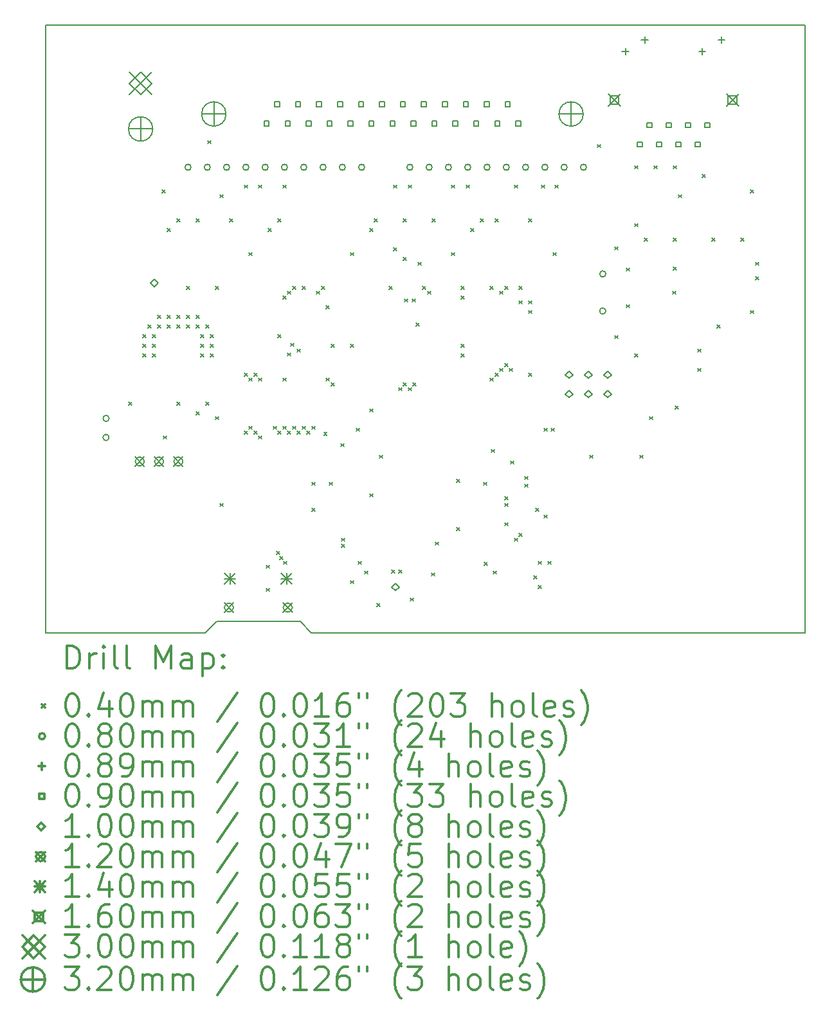
<source format=gbr>
%FSLAX45Y45*%
G04 Gerber Fmt 4.5, Leading zero omitted, Abs format (unit mm)*
G04 Created by KiCad (PCBNEW (5.1.6)-1) date 2021-05-12 21:13:57*
%MOMM*%
%LPD*%
G01*
G04 APERTURE LIST*
%TA.AperFunction,Profile*%
%ADD10C,0.150000*%
%TD*%
%ADD11C,0.200000*%
%ADD12C,0.300000*%
G04 APERTURE END LIST*
D10*
X8100000Y-14000000D02*
X6000000Y-14000000D01*
X9350000Y-13850000D02*
X9500000Y-14000000D01*
X8250000Y-13850000D02*
X9350000Y-13850000D01*
X8250000Y-13850000D02*
X8100000Y-14000000D01*
X16000000Y-6000000D02*
X16000000Y-14000000D01*
X9500000Y-14000000D02*
X16000000Y-14000000D01*
X6000000Y-6000000D02*
X6000000Y-14000000D01*
X6000000Y-6000000D02*
X16000000Y-6000000D01*
D11*
X7092000Y-10965500D02*
X7132000Y-11005500D01*
X7132000Y-10965500D02*
X7092000Y-11005500D01*
X7282500Y-10076500D02*
X7322500Y-10116500D01*
X7322500Y-10076500D02*
X7282500Y-10116500D01*
X7282500Y-10203500D02*
X7322500Y-10243500D01*
X7322500Y-10203500D02*
X7282500Y-10243500D01*
X7282500Y-10330500D02*
X7322500Y-10370500D01*
X7322500Y-10330500D02*
X7282500Y-10370500D01*
X7346000Y-9949500D02*
X7386000Y-9989500D01*
X7386000Y-9949500D02*
X7346000Y-9989500D01*
X7409500Y-10076500D02*
X7449500Y-10116500D01*
X7449500Y-10076500D02*
X7409500Y-10116500D01*
X7409500Y-10203500D02*
X7449500Y-10243500D01*
X7449500Y-10203500D02*
X7409500Y-10243500D01*
X7409500Y-10330500D02*
X7449500Y-10370500D01*
X7449500Y-10330500D02*
X7409500Y-10370500D01*
X7473000Y-9822500D02*
X7513000Y-9862500D01*
X7513000Y-9822500D02*
X7473000Y-9862500D01*
X7473000Y-9949500D02*
X7513000Y-9989500D01*
X7513000Y-9949500D02*
X7473000Y-9989500D01*
X7536500Y-8171500D02*
X7576500Y-8211500D01*
X7576500Y-8171500D02*
X7536500Y-8211500D01*
X7549200Y-11410000D02*
X7589200Y-11450000D01*
X7589200Y-11410000D02*
X7549200Y-11450000D01*
X7600000Y-8679500D02*
X7640000Y-8719500D01*
X7640000Y-8679500D02*
X7600000Y-8719500D01*
X7600000Y-9822500D02*
X7640000Y-9862500D01*
X7640000Y-9822500D02*
X7600000Y-9862500D01*
X7600000Y-9949500D02*
X7640000Y-9989500D01*
X7640000Y-9949500D02*
X7600000Y-9989500D01*
X7727000Y-8552500D02*
X7767000Y-8592500D01*
X7767000Y-8552500D02*
X7727000Y-8592500D01*
X7727000Y-9822500D02*
X7767000Y-9862500D01*
X7767000Y-9822500D02*
X7727000Y-9862500D01*
X7727000Y-9949500D02*
X7767000Y-9989500D01*
X7767000Y-9949500D02*
X7727000Y-9989500D01*
X7727000Y-10965500D02*
X7767000Y-11005500D01*
X7767000Y-10965500D02*
X7727000Y-11005500D01*
X7854000Y-9441500D02*
X7894000Y-9481500D01*
X7894000Y-9441500D02*
X7854000Y-9481500D01*
X7854000Y-9822500D02*
X7894000Y-9862500D01*
X7894000Y-9822500D02*
X7854000Y-9862500D01*
X7854000Y-9949500D02*
X7894000Y-9989500D01*
X7894000Y-9949500D02*
X7854000Y-9989500D01*
X7981000Y-8552500D02*
X8021000Y-8592500D01*
X8021000Y-8552500D02*
X7981000Y-8592500D01*
X7981000Y-9822500D02*
X8021000Y-9862500D01*
X8021000Y-9822500D02*
X7981000Y-9862500D01*
X7981000Y-9949500D02*
X8021000Y-9989500D01*
X8021000Y-9949500D02*
X7981000Y-9989500D01*
X7981000Y-11092500D02*
X8021000Y-11132500D01*
X8021000Y-11092500D02*
X7981000Y-11132500D01*
X8044500Y-10076500D02*
X8084500Y-10116500D01*
X8084500Y-10076500D02*
X8044500Y-10116500D01*
X8044500Y-10203500D02*
X8084500Y-10243500D01*
X8084500Y-10203500D02*
X8044500Y-10243500D01*
X8044500Y-10330500D02*
X8084500Y-10370500D01*
X8084500Y-10330500D02*
X8044500Y-10370500D01*
X8108000Y-9949500D02*
X8148000Y-9989500D01*
X8148000Y-9949500D02*
X8108000Y-9989500D01*
X8108000Y-10965500D02*
X8148000Y-11005500D01*
X8148000Y-10965500D02*
X8108000Y-11005500D01*
X8133400Y-7523800D02*
X8173400Y-7563800D01*
X8173400Y-7523800D02*
X8133400Y-7563800D01*
X8171500Y-10076500D02*
X8211500Y-10116500D01*
X8211500Y-10076500D02*
X8171500Y-10116500D01*
X8171500Y-10203500D02*
X8211500Y-10243500D01*
X8211500Y-10203500D02*
X8171500Y-10243500D01*
X8171500Y-10330500D02*
X8211500Y-10370500D01*
X8211500Y-10330500D02*
X8171500Y-10370500D01*
X8235000Y-9441500D02*
X8275000Y-9481500D01*
X8275000Y-9441500D02*
X8235000Y-9481500D01*
X8235000Y-11156000D02*
X8275000Y-11196000D01*
X8275000Y-11156000D02*
X8235000Y-11196000D01*
X8298500Y-8235000D02*
X8338500Y-8275000D01*
X8338500Y-8235000D02*
X8298500Y-8275000D01*
X8298500Y-12299000D02*
X8338500Y-12339000D01*
X8338500Y-12299000D02*
X8298500Y-12339000D01*
X8425500Y-8552500D02*
X8465500Y-8592500D01*
X8465500Y-8552500D02*
X8425500Y-8592500D01*
X8616000Y-8108000D02*
X8656000Y-8148000D01*
X8656000Y-8108000D02*
X8616000Y-8148000D01*
X8616000Y-10584500D02*
X8656000Y-10624500D01*
X8656000Y-10584500D02*
X8616000Y-10624500D01*
X8616000Y-11346500D02*
X8656000Y-11386500D01*
X8656000Y-11346500D02*
X8616000Y-11386500D01*
X8679500Y-8997000D02*
X8719500Y-9037000D01*
X8719500Y-8997000D02*
X8679500Y-9037000D01*
X8679500Y-10648000D02*
X8719500Y-10688000D01*
X8719500Y-10648000D02*
X8679500Y-10688000D01*
X8679500Y-11283000D02*
X8719500Y-11323000D01*
X8719500Y-11283000D02*
X8679500Y-11323000D01*
X8743000Y-10584500D02*
X8783000Y-10624500D01*
X8783000Y-10584500D02*
X8743000Y-10624500D01*
X8743000Y-11346500D02*
X8783000Y-11386500D01*
X8783000Y-11346500D02*
X8743000Y-11386500D01*
X8806500Y-8108000D02*
X8846500Y-8148000D01*
X8846500Y-8108000D02*
X8806500Y-8148000D01*
X8806500Y-10648000D02*
X8846500Y-10688000D01*
X8846500Y-10648000D02*
X8806500Y-10688000D01*
X8806500Y-11410000D02*
X8846500Y-11450000D01*
X8846500Y-11410000D02*
X8806500Y-11450000D01*
X8908100Y-13111800D02*
X8948100Y-13151800D01*
X8948100Y-13111800D02*
X8908100Y-13151800D01*
X8908100Y-13416600D02*
X8948100Y-13456600D01*
X8948100Y-13416600D02*
X8908100Y-13456600D01*
X8933500Y-8679500D02*
X8973500Y-8719500D01*
X8973500Y-8679500D02*
X8933500Y-8719500D01*
X8997000Y-11283000D02*
X9037000Y-11323000D01*
X9037000Y-11283000D02*
X8997000Y-11323000D01*
X9041450Y-12927650D02*
X9081450Y-12967650D01*
X9081450Y-12927650D02*
X9041450Y-12967650D01*
X9060500Y-8552500D02*
X9100500Y-8592500D01*
X9100500Y-8552500D02*
X9060500Y-8592500D01*
X9060500Y-10076500D02*
X9100500Y-10116500D01*
X9100500Y-10076500D02*
X9060500Y-10116500D01*
X9060500Y-11346500D02*
X9100500Y-11386500D01*
X9100500Y-11346500D02*
X9060500Y-11386500D01*
X9085900Y-12997500D02*
X9125900Y-13037500D01*
X9125900Y-12997500D02*
X9085900Y-13037500D01*
X9124000Y-8108000D02*
X9164000Y-8148000D01*
X9164000Y-8108000D02*
X9124000Y-8148000D01*
X9124000Y-9568500D02*
X9164000Y-9608500D01*
X9164000Y-9568500D02*
X9124000Y-9608500D01*
X9124000Y-10648000D02*
X9164000Y-10688000D01*
X9164000Y-10648000D02*
X9124000Y-10688000D01*
X9124000Y-11283000D02*
X9164000Y-11323000D01*
X9164000Y-11283000D02*
X9124000Y-11323000D01*
X9136700Y-13061000D02*
X9176700Y-13101000D01*
X9176700Y-13061000D02*
X9136700Y-13101000D01*
X9187500Y-9505000D02*
X9227500Y-9545000D01*
X9227500Y-9505000D02*
X9187500Y-9545000D01*
X9187500Y-10317800D02*
X9227500Y-10357800D01*
X9227500Y-10317800D02*
X9187500Y-10357800D01*
X9187500Y-11346500D02*
X9227500Y-11386500D01*
X9227500Y-11346500D02*
X9187500Y-11386500D01*
X9225600Y-10190800D02*
X9265600Y-10230800D01*
X9265600Y-10190800D02*
X9225600Y-10230800D01*
X9251000Y-9441500D02*
X9291000Y-9481500D01*
X9291000Y-9441500D02*
X9251000Y-9481500D01*
X9251000Y-11283000D02*
X9291000Y-11323000D01*
X9291000Y-11283000D02*
X9251000Y-11323000D01*
X9314500Y-10267000D02*
X9354500Y-10307000D01*
X9354500Y-10267000D02*
X9314500Y-10307000D01*
X9314500Y-11346500D02*
X9354500Y-11386500D01*
X9354500Y-11346500D02*
X9314500Y-11386500D01*
X9378000Y-9441500D02*
X9418000Y-9481500D01*
X9418000Y-9441500D02*
X9378000Y-9481500D01*
X9378000Y-11283000D02*
X9418000Y-11323000D01*
X9418000Y-11283000D02*
X9378000Y-11323000D01*
X9441500Y-11346500D02*
X9481500Y-11386500D01*
X9481500Y-11346500D02*
X9441500Y-11386500D01*
X9505000Y-11283000D02*
X9545000Y-11323000D01*
X9545000Y-11283000D02*
X9505000Y-11323000D01*
X9505000Y-12019600D02*
X9545000Y-12059600D01*
X9545000Y-12019600D02*
X9505000Y-12059600D01*
X9505000Y-12362500D02*
X9545000Y-12402500D01*
X9545000Y-12362500D02*
X9505000Y-12402500D01*
X9568500Y-9505000D02*
X9608500Y-9545000D01*
X9608500Y-9505000D02*
X9568500Y-9545000D01*
X9632000Y-9441500D02*
X9672000Y-9481500D01*
X9672000Y-9441500D02*
X9632000Y-9481500D01*
X9663750Y-11365550D02*
X9703750Y-11405550D01*
X9703750Y-11365550D02*
X9663750Y-11405550D01*
X9695500Y-9695500D02*
X9735500Y-9735500D01*
X9735500Y-9695500D02*
X9695500Y-9735500D01*
X9695500Y-10648000D02*
X9735500Y-10688000D01*
X9735500Y-10648000D02*
X9695500Y-10688000D01*
X9733600Y-12019600D02*
X9773600Y-12059600D01*
X9773600Y-12019600D02*
X9733600Y-12059600D01*
X9759000Y-10203500D02*
X9799000Y-10243500D01*
X9799000Y-10203500D02*
X9759000Y-10243500D01*
X9759000Y-10711500D02*
X9799000Y-10751500D01*
X9799000Y-10711500D02*
X9759000Y-10751500D01*
X9886000Y-11511600D02*
X9926000Y-11551600D01*
X9926000Y-11511600D02*
X9886000Y-11551600D01*
X9898700Y-12756200D02*
X9938700Y-12796200D01*
X9938700Y-12756200D02*
X9898700Y-12796200D01*
X9898700Y-12838750D02*
X9938700Y-12878750D01*
X9938700Y-12838750D02*
X9898700Y-12878750D01*
X10013000Y-8997000D02*
X10053000Y-9037000D01*
X10053000Y-8997000D02*
X10013000Y-9037000D01*
X10013000Y-10203500D02*
X10053000Y-10243500D01*
X10053000Y-10203500D02*
X10013000Y-10243500D01*
X10013000Y-13315000D02*
X10053000Y-13355000D01*
X10053000Y-13315000D02*
X10013000Y-13355000D01*
X10089200Y-11308400D02*
X10129200Y-11348400D01*
X10129200Y-11308400D02*
X10089200Y-11348400D01*
X10114600Y-13061000D02*
X10154600Y-13101000D01*
X10154600Y-13061000D02*
X10114600Y-13101000D01*
X10203500Y-13188000D02*
X10243500Y-13228000D01*
X10243500Y-13188000D02*
X10203500Y-13228000D01*
X10267000Y-8679500D02*
X10307000Y-8719500D01*
X10307000Y-8679500D02*
X10267000Y-8719500D01*
X10267000Y-11054400D02*
X10307000Y-11094400D01*
X10307000Y-11054400D02*
X10267000Y-11094400D01*
X10267000Y-12172000D02*
X10307000Y-12212000D01*
X10307000Y-12172000D02*
X10267000Y-12212000D01*
X10330500Y-8552500D02*
X10370500Y-8592500D01*
X10370500Y-8552500D02*
X10330500Y-8592500D01*
X10362250Y-13613450D02*
X10402250Y-13653450D01*
X10402250Y-13613450D02*
X10362250Y-13653450D01*
X10394000Y-11664000D02*
X10434000Y-11704000D01*
X10434000Y-11664000D02*
X10394000Y-11704000D01*
X10521000Y-9441500D02*
X10561000Y-9481500D01*
X10561000Y-9441500D02*
X10521000Y-9481500D01*
X10559100Y-13175300D02*
X10599100Y-13215300D01*
X10599100Y-13175300D02*
X10559100Y-13215300D01*
X10584500Y-8108000D02*
X10624500Y-8148000D01*
X10624500Y-8108000D02*
X10584500Y-8148000D01*
X10584500Y-8933500D02*
X10624500Y-8973500D01*
X10624500Y-8933500D02*
X10584500Y-8973500D01*
X10648000Y-10775000D02*
X10688000Y-10815000D01*
X10688000Y-10775000D02*
X10648000Y-10815000D01*
X10648000Y-13175300D02*
X10688000Y-13215300D01*
X10688000Y-13175300D02*
X10648000Y-13215300D01*
X10711500Y-8552500D02*
X10751500Y-8592500D01*
X10751500Y-8552500D02*
X10711500Y-8592500D01*
X10711500Y-9060500D02*
X10751500Y-9100500D01*
X10751500Y-9060500D02*
X10711500Y-9100500D01*
X10711500Y-10711500D02*
X10751500Y-10751500D01*
X10751500Y-10711500D02*
X10711500Y-10751500D01*
X10724200Y-9606600D02*
X10764200Y-9646600D01*
X10764200Y-9606600D02*
X10724200Y-9646600D01*
X10775000Y-8108000D02*
X10815000Y-8148000D01*
X10815000Y-8108000D02*
X10775000Y-8148000D01*
X10775000Y-10775000D02*
X10815000Y-10815000D01*
X10815000Y-10775000D02*
X10775000Y-10815000D01*
X10800400Y-13543600D02*
X10840400Y-13583600D01*
X10840400Y-13543600D02*
X10800400Y-13583600D01*
X10825800Y-9606600D02*
X10865800Y-9646600D01*
X10865800Y-9606600D02*
X10825800Y-9646600D01*
X10838500Y-10711500D02*
X10878500Y-10751500D01*
X10878500Y-10711500D02*
X10838500Y-10751500D01*
X10876600Y-9924100D02*
X10916600Y-9964100D01*
X10916600Y-9924100D02*
X10876600Y-9964100D01*
X10902000Y-9124000D02*
X10942000Y-9164000D01*
X10942000Y-9124000D02*
X10902000Y-9164000D01*
X10965500Y-9441500D02*
X11005500Y-9481500D01*
X11005500Y-9441500D02*
X10965500Y-9481500D01*
X11029000Y-9505000D02*
X11069000Y-9545000D01*
X11069000Y-9505000D02*
X11029000Y-9545000D01*
X11081000Y-13212200D02*
X11121000Y-13252200D01*
X11121000Y-13212200D02*
X11081000Y-13252200D01*
X11092500Y-8552500D02*
X11132500Y-8592500D01*
X11132500Y-8552500D02*
X11092500Y-8592500D01*
X11130600Y-12807000D02*
X11170600Y-12847000D01*
X11170600Y-12807000D02*
X11130600Y-12847000D01*
X11346500Y-8108000D02*
X11386500Y-8148000D01*
X11386500Y-8108000D02*
X11346500Y-8148000D01*
X11346500Y-8997000D02*
X11386500Y-9037000D01*
X11386500Y-8997000D02*
X11346500Y-9037000D01*
X11410000Y-11981500D02*
X11450000Y-12021500D01*
X11450000Y-11981500D02*
X11410000Y-12021500D01*
X11410000Y-12616500D02*
X11450000Y-12656500D01*
X11450000Y-12616500D02*
X11410000Y-12656500D01*
X11473500Y-9441500D02*
X11513500Y-9481500D01*
X11513500Y-9441500D02*
X11473500Y-9481500D01*
X11473500Y-9568500D02*
X11513500Y-9608500D01*
X11513500Y-9568500D02*
X11473500Y-9608500D01*
X11473500Y-10203500D02*
X11513500Y-10243500D01*
X11513500Y-10203500D02*
X11473500Y-10243500D01*
X11473500Y-10330500D02*
X11513500Y-10370500D01*
X11513500Y-10330500D02*
X11473500Y-10370500D01*
X11537000Y-8108000D02*
X11577000Y-8148000D01*
X11577000Y-8108000D02*
X11537000Y-8148000D01*
X11600500Y-8679500D02*
X11640500Y-8719500D01*
X11640500Y-8679500D02*
X11600500Y-8719500D01*
X11727500Y-8552500D02*
X11767500Y-8592500D01*
X11767500Y-8552500D02*
X11727500Y-8592500D01*
X11765600Y-12019600D02*
X11805600Y-12059600D01*
X11805600Y-12019600D02*
X11765600Y-12059600D01*
X11778300Y-13073700D02*
X11818300Y-13113700D01*
X11818300Y-13073700D02*
X11778300Y-13113700D01*
X11854500Y-9441500D02*
X11894500Y-9481500D01*
X11894500Y-9441500D02*
X11854500Y-9481500D01*
X11854500Y-10648000D02*
X11894500Y-10688000D01*
X11894500Y-10648000D02*
X11854500Y-10688000D01*
X11867200Y-11587800D02*
X11907200Y-11627800D01*
X11907200Y-11587800D02*
X11867200Y-11627800D01*
X11892600Y-13188000D02*
X11932600Y-13228000D01*
X11932600Y-13188000D02*
X11892600Y-13228000D01*
X11918000Y-8552500D02*
X11958000Y-8592500D01*
X11958000Y-8552500D02*
X11918000Y-8592500D01*
X11918000Y-10584500D02*
X11958000Y-10624500D01*
X11958000Y-10584500D02*
X11918000Y-10624500D01*
X11981500Y-9505000D02*
X12021500Y-9545000D01*
X12021500Y-9505000D02*
X11981500Y-9545000D01*
X11981500Y-10521000D02*
X12021500Y-10561000D01*
X12021500Y-10521000D02*
X11981500Y-10561000D01*
X12045000Y-9441500D02*
X12085000Y-9481500D01*
X12085000Y-9441500D02*
X12045000Y-9481500D01*
X12045000Y-10457500D02*
X12085000Y-10497500D01*
X12085000Y-10457500D02*
X12045000Y-10497500D01*
X12045000Y-12210100D02*
X12085000Y-12250100D01*
X12085000Y-12210100D02*
X12045000Y-12250100D01*
X12045000Y-12299000D02*
X12085000Y-12339000D01*
X12085000Y-12299000D02*
X12045000Y-12339000D01*
X12045000Y-12553000D02*
X12085000Y-12593000D01*
X12085000Y-12553000D02*
X12045000Y-12593000D01*
X12108500Y-10521000D02*
X12148500Y-10561000D01*
X12148500Y-10521000D02*
X12108500Y-10561000D01*
X12121200Y-11740200D02*
X12161200Y-11780200D01*
X12161200Y-11740200D02*
X12121200Y-11780200D01*
X12172000Y-8108000D02*
X12212000Y-8148000D01*
X12212000Y-8108000D02*
X12172000Y-8148000D01*
X12172000Y-12756200D02*
X12212000Y-12796200D01*
X12212000Y-12756200D02*
X12172000Y-12796200D01*
X12235500Y-9441500D02*
X12275500Y-9481500D01*
X12275500Y-9441500D02*
X12235500Y-9481500D01*
X12235500Y-9632000D02*
X12275500Y-9672000D01*
X12275500Y-9632000D02*
X12235500Y-9672000D01*
X12235500Y-12692700D02*
X12275500Y-12732700D01*
X12275500Y-12692700D02*
X12235500Y-12732700D01*
X12311700Y-11943400D02*
X12351700Y-11983400D01*
X12351700Y-11943400D02*
X12311700Y-11983400D01*
X12311700Y-12045000D02*
X12351700Y-12085000D01*
X12351700Y-12045000D02*
X12311700Y-12085000D01*
X12362500Y-8552500D02*
X12402500Y-8592500D01*
X12402500Y-8552500D02*
X12362500Y-8592500D01*
X12362500Y-9632000D02*
X12402500Y-9672000D01*
X12402500Y-9632000D02*
X12362500Y-9672000D01*
X12362500Y-9759000D02*
X12402500Y-9799000D01*
X12402500Y-9759000D02*
X12362500Y-9799000D01*
X12362500Y-10584500D02*
X12402500Y-10624500D01*
X12402500Y-10584500D02*
X12362500Y-10624500D01*
X12426000Y-13251500D02*
X12466000Y-13291500D01*
X12466000Y-13251500D02*
X12426000Y-13291500D01*
X12451400Y-12362500D02*
X12491400Y-12402500D01*
X12491400Y-12362500D02*
X12451400Y-12402500D01*
X12489500Y-13061000D02*
X12529500Y-13101000D01*
X12529500Y-13061000D02*
X12489500Y-13101000D01*
X12489500Y-13378500D02*
X12529500Y-13418500D01*
X12529500Y-13378500D02*
X12489500Y-13418500D01*
X12527600Y-8108000D02*
X12567600Y-8148000D01*
X12567600Y-8108000D02*
X12527600Y-8148000D01*
X12565700Y-11308400D02*
X12605700Y-11348400D01*
X12605700Y-11308400D02*
X12565700Y-11348400D01*
X12565700Y-12451400D02*
X12605700Y-12491400D01*
X12605700Y-12451400D02*
X12565700Y-12491400D01*
X12616500Y-13061000D02*
X12656500Y-13101000D01*
X12656500Y-13061000D02*
X12616500Y-13101000D01*
X12654600Y-11308400D02*
X12694600Y-11348400D01*
X12694600Y-11308400D02*
X12654600Y-11348400D01*
X12680000Y-8997000D02*
X12720000Y-9037000D01*
X12720000Y-8997000D02*
X12680000Y-9037000D01*
X12705400Y-8108000D02*
X12745400Y-8148000D01*
X12745400Y-8108000D02*
X12705400Y-8148000D01*
X13162600Y-11664000D02*
X13202600Y-11704000D01*
X13202600Y-11664000D02*
X13162600Y-11704000D01*
X13264200Y-7574600D02*
X13304200Y-7614600D01*
X13304200Y-7574600D02*
X13264200Y-7614600D01*
X13492800Y-8920800D02*
X13532800Y-8960800D01*
X13532800Y-8920800D02*
X13492800Y-8960800D01*
X13492800Y-10089200D02*
X13532800Y-10129200D01*
X13532800Y-10089200D02*
X13492800Y-10129200D01*
X13645200Y-9200200D02*
X13685200Y-9240200D01*
X13685200Y-9200200D02*
X13645200Y-9240200D01*
X13645200Y-9682800D02*
X13685200Y-9722800D01*
X13685200Y-9682800D02*
X13645200Y-9722800D01*
X13759500Y-7854000D02*
X13799500Y-7894000D01*
X13799500Y-7854000D02*
X13759500Y-7894000D01*
X13759500Y-8616000D02*
X13799500Y-8656000D01*
X13799500Y-8616000D02*
X13759500Y-8656000D01*
X13759500Y-10330500D02*
X13799500Y-10370500D01*
X13799500Y-10330500D02*
X13759500Y-10370500D01*
X13823000Y-11664000D02*
X13863000Y-11704000D01*
X13863000Y-11664000D02*
X13823000Y-11704000D01*
X13886500Y-8806500D02*
X13926500Y-8846500D01*
X13926500Y-8806500D02*
X13886500Y-8846500D01*
X13950000Y-11156000D02*
X13990000Y-11196000D01*
X13990000Y-11156000D02*
X13950000Y-11196000D01*
X14013500Y-7854000D02*
X14053500Y-7894000D01*
X14053500Y-7854000D02*
X14013500Y-7894000D01*
X14254800Y-9505000D02*
X14294800Y-9545000D01*
X14294800Y-9505000D02*
X14254800Y-9545000D01*
X14267500Y-7854000D02*
X14307500Y-7894000D01*
X14307500Y-7854000D02*
X14267500Y-7894000D01*
X14267500Y-8806500D02*
X14307500Y-8846500D01*
X14307500Y-8806500D02*
X14267500Y-8846500D01*
X14267500Y-9187500D02*
X14307500Y-9227500D01*
X14307500Y-9187500D02*
X14267500Y-9227500D01*
X14292900Y-11016300D02*
X14332900Y-11056300D01*
X14332900Y-11016300D02*
X14292900Y-11056300D01*
X14331000Y-8235000D02*
X14371000Y-8275000D01*
X14371000Y-8235000D02*
X14331000Y-8275000D01*
X14585000Y-10267000D02*
X14625000Y-10307000D01*
X14625000Y-10267000D02*
X14585000Y-10307000D01*
X14585000Y-10521000D02*
X14625000Y-10561000D01*
X14625000Y-10521000D02*
X14585000Y-10561000D01*
X14648500Y-7968300D02*
X14688500Y-8008300D01*
X14688500Y-7968300D02*
X14648500Y-8008300D01*
X14775500Y-8806500D02*
X14815500Y-8846500D01*
X14815500Y-8806500D02*
X14775500Y-8846500D01*
X14839000Y-9949500D02*
X14879000Y-9989500D01*
X14879000Y-9949500D02*
X14839000Y-9989500D01*
X15156500Y-8806500D02*
X15196500Y-8846500D01*
X15196500Y-8806500D02*
X15156500Y-8846500D01*
X15283500Y-8171500D02*
X15323500Y-8211500D01*
X15323500Y-8171500D02*
X15283500Y-8211500D01*
X15283500Y-9759000D02*
X15323500Y-9799000D01*
X15323500Y-9759000D02*
X15283500Y-9799000D01*
X15347000Y-9124000D02*
X15387000Y-9164000D01*
X15387000Y-9124000D02*
X15347000Y-9164000D01*
X15347000Y-9314500D02*
X15387000Y-9354500D01*
X15387000Y-9314500D02*
X15347000Y-9354500D01*
X6834500Y-11180000D02*
G75*
G03*
X6834500Y-11180000I-40000J0D01*
G01*
X6834500Y-11430000D02*
G75*
G03*
X6834500Y-11430000I-40000J0D01*
G01*
X7914000Y-7874000D02*
G75*
G03*
X7914000Y-7874000I-40000J0D01*
G01*
X8168000Y-7874000D02*
G75*
G03*
X8168000Y-7874000I-40000J0D01*
G01*
X8422000Y-7874000D02*
G75*
G03*
X8422000Y-7874000I-40000J0D01*
G01*
X8676000Y-7874000D02*
G75*
G03*
X8676000Y-7874000I-40000J0D01*
G01*
X8930000Y-7874000D02*
G75*
G03*
X8930000Y-7874000I-40000J0D01*
G01*
X9184000Y-7874000D02*
G75*
G03*
X9184000Y-7874000I-40000J0D01*
G01*
X9438000Y-7874000D02*
G75*
G03*
X9438000Y-7874000I-40000J0D01*
G01*
X9692000Y-7874000D02*
G75*
G03*
X9692000Y-7874000I-40000J0D01*
G01*
X9946000Y-7874000D02*
G75*
G03*
X9946000Y-7874000I-40000J0D01*
G01*
X10200000Y-7874000D02*
G75*
G03*
X10200000Y-7874000I-40000J0D01*
G01*
X10835000Y-7874000D02*
G75*
G03*
X10835000Y-7874000I-40000J0D01*
G01*
X11089000Y-7874000D02*
G75*
G03*
X11089000Y-7874000I-40000J0D01*
G01*
X11343000Y-7874000D02*
G75*
G03*
X11343000Y-7874000I-40000J0D01*
G01*
X11597000Y-7874000D02*
G75*
G03*
X11597000Y-7874000I-40000J0D01*
G01*
X11851000Y-7874000D02*
G75*
G03*
X11851000Y-7874000I-40000J0D01*
G01*
X12105000Y-7874000D02*
G75*
G03*
X12105000Y-7874000I-40000J0D01*
G01*
X12359000Y-7874000D02*
G75*
G03*
X12359000Y-7874000I-40000J0D01*
G01*
X12613000Y-7874000D02*
G75*
G03*
X12613000Y-7874000I-40000J0D01*
G01*
X12867000Y-7874000D02*
G75*
G03*
X12867000Y-7874000I-40000J0D01*
G01*
X13121000Y-7874000D02*
G75*
G03*
X13121000Y-7874000I-40000J0D01*
G01*
X13375000Y-9278300D02*
G75*
G03*
X13375000Y-9278300I-40000J0D01*
G01*
X13375000Y-9766300D02*
G75*
G03*
X13375000Y-9766300I-40000J0D01*
G01*
X13633000Y-6303500D02*
X13633000Y-6392500D01*
X13588500Y-6348000D02*
X13677500Y-6348000D01*
X13887000Y-6151500D02*
X13887000Y-6240500D01*
X13842500Y-6196000D02*
X13931500Y-6196000D01*
X14644000Y-6303500D02*
X14644000Y-6392500D01*
X14599500Y-6348000D02*
X14688500Y-6348000D01*
X14898000Y-6151500D02*
X14898000Y-6240500D01*
X14853500Y-6196000D02*
X14942500Y-6196000D01*
X8941820Y-7331820D02*
X8941820Y-7268180D01*
X8878180Y-7268180D01*
X8878180Y-7331820D01*
X8941820Y-7331820D01*
X9079820Y-7077820D02*
X9079820Y-7014180D01*
X9016180Y-7014180D01*
X9016180Y-7077820D01*
X9079820Y-7077820D01*
X9217820Y-7331820D02*
X9217820Y-7268180D01*
X9154180Y-7268180D01*
X9154180Y-7331820D01*
X9217820Y-7331820D01*
X9355820Y-7077820D02*
X9355820Y-7014180D01*
X9292180Y-7014180D01*
X9292180Y-7077820D01*
X9355820Y-7077820D01*
X9493820Y-7331820D02*
X9493820Y-7268180D01*
X9430180Y-7268180D01*
X9430180Y-7331820D01*
X9493820Y-7331820D01*
X9631820Y-7077820D02*
X9631820Y-7014180D01*
X9568180Y-7014180D01*
X9568180Y-7077820D01*
X9631820Y-7077820D01*
X9769820Y-7331820D02*
X9769820Y-7268180D01*
X9706180Y-7268180D01*
X9706180Y-7331820D01*
X9769820Y-7331820D01*
X9907820Y-7077820D02*
X9907820Y-7014180D01*
X9844180Y-7014180D01*
X9844180Y-7077820D01*
X9907820Y-7077820D01*
X10045820Y-7331820D02*
X10045820Y-7268180D01*
X9982180Y-7268180D01*
X9982180Y-7331820D01*
X10045820Y-7331820D01*
X10183820Y-7077820D02*
X10183820Y-7014180D01*
X10120180Y-7014180D01*
X10120180Y-7077820D01*
X10183820Y-7077820D01*
X10321820Y-7331820D02*
X10321820Y-7268180D01*
X10258180Y-7268180D01*
X10258180Y-7331820D01*
X10321820Y-7331820D01*
X10459820Y-7077820D02*
X10459820Y-7014180D01*
X10396180Y-7014180D01*
X10396180Y-7077820D01*
X10459820Y-7077820D01*
X10597820Y-7331820D02*
X10597820Y-7268180D01*
X10534180Y-7268180D01*
X10534180Y-7331820D01*
X10597820Y-7331820D01*
X10735820Y-7077820D02*
X10735820Y-7014180D01*
X10672180Y-7014180D01*
X10672180Y-7077820D01*
X10735820Y-7077820D01*
X10873820Y-7331820D02*
X10873820Y-7268180D01*
X10810180Y-7268180D01*
X10810180Y-7331820D01*
X10873820Y-7331820D01*
X11011820Y-7077820D02*
X11011820Y-7014180D01*
X10948180Y-7014180D01*
X10948180Y-7077820D01*
X11011820Y-7077820D01*
X11149820Y-7331820D02*
X11149820Y-7268180D01*
X11086180Y-7268180D01*
X11086180Y-7331820D01*
X11149820Y-7331820D01*
X11287820Y-7077820D02*
X11287820Y-7014180D01*
X11224180Y-7014180D01*
X11224180Y-7077820D01*
X11287820Y-7077820D01*
X11425820Y-7331820D02*
X11425820Y-7268180D01*
X11362180Y-7268180D01*
X11362180Y-7331820D01*
X11425820Y-7331820D01*
X11563820Y-7077820D02*
X11563820Y-7014180D01*
X11500180Y-7014180D01*
X11500180Y-7077820D01*
X11563820Y-7077820D01*
X11701820Y-7331820D02*
X11701820Y-7268180D01*
X11638180Y-7268180D01*
X11638180Y-7331820D01*
X11701820Y-7331820D01*
X11839820Y-7077820D02*
X11839820Y-7014180D01*
X11776180Y-7014180D01*
X11776180Y-7077820D01*
X11839820Y-7077820D01*
X11977820Y-7331820D02*
X11977820Y-7268180D01*
X11914180Y-7268180D01*
X11914180Y-7331820D01*
X11977820Y-7331820D01*
X12115820Y-7077820D02*
X12115820Y-7014180D01*
X12052180Y-7014180D01*
X12052180Y-7077820D01*
X12115820Y-7077820D01*
X12253820Y-7331820D02*
X12253820Y-7268180D01*
X12190180Y-7268180D01*
X12190180Y-7331820D01*
X12253820Y-7331820D01*
X13852820Y-7605820D02*
X13852820Y-7542180D01*
X13789180Y-7542180D01*
X13789180Y-7605820D01*
X13852820Y-7605820D01*
X13979820Y-7351820D02*
X13979820Y-7288180D01*
X13916180Y-7288180D01*
X13916180Y-7351820D01*
X13979820Y-7351820D01*
X14106820Y-7605820D02*
X14106820Y-7542180D01*
X14043180Y-7542180D01*
X14043180Y-7605820D01*
X14106820Y-7605820D01*
X14233820Y-7351820D02*
X14233820Y-7288180D01*
X14170180Y-7288180D01*
X14170180Y-7351820D01*
X14233820Y-7351820D01*
X14360820Y-7605820D02*
X14360820Y-7542180D01*
X14297180Y-7542180D01*
X14297180Y-7605820D01*
X14360820Y-7605820D01*
X14487820Y-7351820D02*
X14487820Y-7288180D01*
X14424180Y-7288180D01*
X14424180Y-7351820D01*
X14487820Y-7351820D01*
X14614820Y-7605820D02*
X14614820Y-7542180D01*
X14551180Y-7542180D01*
X14551180Y-7605820D01*
X14614820Y-7605820D01*
X14741820Y-7351820D02*
X14741820Y-7288180D01*
X14678180Y-7288180D01*
X14678180Y-7351820D01*
X14741820Y-7351820D01*
X12890500Y-10654500D02*
X12940500Y-10604500D01*
X12890500Y-10554500D01*
X12840500Y-10604500D01*
X12890500Y-10654500D01*
X12890500Y-10908500D02*
X12940500Y-10858500D01*
X12890500Y-10808500D01*
X12840500Y-10858500D01*
X12890500Y-10908500D01*
X13144500Y-10654500D02*
X13194500Y-10604500D01*
X13144500Y-10554500D01*
X13094500Y-10604500D01*
X13144500Y-10654500D01*
X13144500Y-10908500D02*
X13194500Y-10858500D01*
X13144500Y-10808500D01*
X13094500Y-10858500D01*
X13144500Y-10908500D01*
X7429500Y-9448000D02*
X7479500Y-9398000D01*
X7429500Y-9348000D01*
X7379500Y-9398000D01*
X7429500Y-9448000D01*
X10604500Y-13448500D02*
X10654500Y-13398500D01*
X10604500Y-13348500D01*
X10554500Y-13398500D01*
X10604500Y-13448500D01*
X13398500Y-10654500D02*
X13448500Y-10604500D01*
X13398500Y-10554500D01*
X13348500Y-10604500D01*
X13398500Y-10654500D01*
X13398500Y-10908500D02*
X13448500Y-10858500D01*
X13398500Y-10808500D01*
X13348500Y-10858500D01*
X13398500Y-10908500D01*
X8352500Y-13610000D02*
X8472500Y-13730000D01*
X8472500Y-13610000D02*
X8352500Y-13730000D01*
X8472500Y-13670000D02*
G75*
G03*
X8472500Y-13670000I-60000J0D01*
G01*
X9127500Y-13610000D02*
X9247500Y-13730000D01*
X9247500Y-13610000D02*
X9127500Y-13730000D01*
X9247500Y-13670000D02*
G75*
G03*
X9247500Y-13670000I-60000J0D01*
G01*
X7179000Y-11687500D02*
X7299000Y-11807500D01*
X7299000Y-11687500D02*
X7179000Y-11807500D01*
X7299000Y-11747500D02*
G75*
G03*
X7299000Y-11747500I-60000J0D01*
G01*
X7433000Y-11687500D02*
X7553000Y-11807500D01*
X7553000Y-11687500D02*
X7433000Y-11807500D01*
X7553000Y-11747500D02*
G75*
G03*
X7553000Y-11747500I-60000J0D01*
G01*
X7687000Y-11687500D02*
X7807000Y-11807500D01*
X7807000Y-11687500D02*
X7687000Y-11807500D01*
X7807000Y-11747500D02*
G75*
G03*
X7807000Y-11747500I-60000J0D01*
G01*
X8357500Y-13220000D02*
X8497500Y-13360000D01*
X8497500Y-13220000D02*
X8357500Y-13360000D01*
X8427500Y-13220000D02*
X8427500Y-13360000D01*
X8357500Y-13290000D02*
X8497500Y-13290000D01*
X9102500Y-13220000D02*
X9242500Y-13360000D01*
X9242500Y-13220000D02*
X9102500Y-13360000D01*
X9172500Y-13220000D02*
X9172500Y-13360000D01*
X9102500Y-13290000D02*
X9242500Y-13290000D01*
X13408000Y-6911000D02*
X13568000Y-7071000D01*
X13568000Y-6911000D02*
X13408000Y-7071000D01*
X13544569Y-7047569D02*
X13544569Y-6934431D01*
X13431431Y-6934431D01*
X13431431Y-7047569D01*
X13544569Y-7047569D01*
X14963000Y-6911000D02*
X15123000Y-7071000D01*
X15123000Y-6911000D02*
X14963000Y-7071000D01*
X15099569Y-7047569D02*
X15099569Y-6934431D01*
X14986431Y-6934431D01*
X14986431Y-7047569D01*
X15099569Y-7047569D01*
X7100000Y-6620000D02*
X7400000Y-6920000D01*
X7400000Y-6620000D02*
X7100000Y-6920000D01*
X7250000Y-6920000D02*
X7400000Y-6770000D01*
X7250000Y-6620000D01*
X7100000Y-6770000D01*
X7250000Y-6920000D01*
X8214000Y-7013000D02*
X8214000Y-7333000D01*
X8054000Y-7173000D02*
X8374000Y-7173000D01*
X8374000Y-7173000D02*
G75*
G03*
X8374000Y-7173000I-160000J0D01*
G01*
X12918000Y-7013000D02*
X12918000Y-7333000D01*
X12758000Y-7173000D02*
X13078000Y-7173000D01*
X13078000Y-7173000D02*
G75*
G03*
X13078000Y-7173000I-160000J0D01*
G01*
X7250000Y-7210000D02*
X7250000Y-7530000D01*
X7090000Y-7370000D02*
X7410000Y-7370000D01*
X7410000Y-7370000D02*
G75*
G03*
X7410000Y-7370000I-160000J0D01*
G01*
D12*
X6278928Y-14473214D02*
X6278928Y-14173214D01*
X6350357Y-14173214D01*
X6393214Y-14187500D01*
X6421786Y-14216071D01*
X6436071Y-14244643D01*
X6450357Y-14301786D01*
X6450357Y-14344643D01*
X6436071Y-14401786D01*
X6421786Y-14430357D01*
X6393214Y-14458929D01*
X6350357Y-14473214D01*
X6278928Y-14473214D01*
X6578928Y-14473214D02*
X6578928Y-14273214D01*
X6578928Y-14330357D02*
X6593214Y-14301786D01*
X6607500Y-14287500D01*
X6636071Y-14273214D01*
X6664643Y-14273214D01*
X6764643Y-14473214D02*
X6764643Y-14273214D01*
X6764643Y-14173214D02*
X6750357Y-14187500D01*
X6764643Y-14201786D01*
X6778928Y-14187500D01*
X6764643Y-14173214D01*
X6764643Y-14201786D01*
X6950357Y-14473214D02*
X6921786Y-14458929D01*
X6907500Y-14430357D01*
X6907500Y-14173214D01*
X7107500Y-14473214D02*
X7078928Y-14458929D01*
X7064643Y-14430357D01*
X7064643Y-14173214D01*
X7450357Y-14473214D02*
X7450357Y-14173214D01*
X7550357Y-14387500D01*
X7650357Y-14173214D01*
X7650357Y-14473214D01*
X7921786Y-14473214D02*
X7921786Y-14316071D01*
X7907500Y-14287500D01*
X7878928Y-14273214D01*
X7821786Y-14273214D01*
X7793214Y-14287500D01*
X7921786Y-14458929D02*
X7893214Y-14473214D01*
X7821786Y-14473214D01*
X7793214Y-14458929D01*
X7778928Y-14430357D01*
X7778928Y-14401786D01*
X7793214Y-14373214D01*
X7821786Y-14358929D01*
X7893214Y-14358929D01*
X7921786Y-14344643D01*
X8064643Y-14273214D02*
X8064643Y-14573214D01*
X8064643Y-14287500D02*
X8093214Y-14273214D01*
X8150357Y-14273214D01*
X8178928Y-14287500D01*
X8193214Y-14301786D01*
X8207500Y-14330357D01*
X8207500Y-14416071D01*
X8193214Y-14444643D01*
X8178928Y-14458929D01*
X8150357Y-14473214D01*
X8093214Y-14473214D01*
X8064643Y-14458929D01*
X8336071Y-14444643D02*
X8350357Y-14458929D01*
X8336071Y-14473214D01*
X8321786Y-14458929D01*
X8336071Y-14444643D01*
X8336071Y-14473214D01*
X8336071Y-14287500D02*
X8350357Y-14301786D01*
X8336071Y-14316071D01*
X8321786Y-14301786D01*
X8336071Y-14287500D01*
X8336071Y-14316071D01*
X5952500Y-14947500D02*
X5992500Y-14987500D01*
X5992500Y-14947500D02*
X5952500Y-14987500D01*
X6336071Y-14803214D02*
X6364643Y-14803214D01*
X6393214Y-14817500D01*
X6407500Y-14831786D01*
X6421786Y-14860357D01*
X6436071Y-14917500D01*
X6436071Y-14988929D01*
X6421786Y-15046071D01*
X6407500Y-15074643D01*
X6393214Y-15088929D01*
X6364643Y-15103214D01*
X6336071Y-15103214D01*
X6307500Y-15088929D01*
X6293214Y-15074643D01*
X6278928Y-15046071D01*
X6264643Y-14988929D01*
X6264643Y-14917500D01*
X6278928Y-14860357D01*
X6293214Y-14831786D01*
X6307500Y-14817500D01*
X6336071Y-14803214D01*
X6564643Y-15074643D02*
X6578928Y-15088929D01*
X6564643Y-15103214D01*
X6550357Y-15088929D01*
X6564643Y-15074643D01*
X6564643Y-15103214D01*
X6836071Y-14903214D02*
X6836071Y-15103214D01*
X6764643Y-14788929D02*
X6693214Y-15003214D01*
X6878928Y-15003214D01*
X7050357Y-14803214D02*
X7078928Y-14803214D01*
X7107500Y-14817500D01*
X7121786Y-14831786D01*
X7136071Y-14860357D01*
X7150357Y-14917500D01*
X7150357Y-14988929D01*
X7136071Y-15046071D01*
X7121786Y-15074643D01*
X7107500Y-15088929D01*
X7078928Y-15103214D01*
X7050357Y-15103214D01*
X7021786Y-15088929D01*
X7007500Y-15074643D01*
X6993214Y-15046071D01*
X6978928Y-14988929D01*
X6978928Y-14917500D01*
X6993214Y-14860357D01*
X7007500Y-14831786D01*
X7021786Y-14817500D01*
X7050357Y-14803214D01*
X7278928Y-15103214D02*
X7278928Y-14903214D01*
X7278928Y-14931786D02*
X7293214Y-14917500D01*
X7321786Y-14903214D01*
X7364643Y-14903214D01*
X7393214Y-14917500D01*
X7407500Y-14946071D01*
X7407500Y-15103214D01*
X7407500Y-14946071D02*
X7421786Y-14917500D01*
X7450357Y-14903214D01*
X7493214Y-14903214D01*
X7521786Y-14917500D01*
X7536071Y-14946071D01*
X7536071Y-15103214D01*
X7678928Y-15103214D02*
X7678928Y-14903214D01*
X7678928Y-14931786D02*
X7693214Y-14917500D01*
X7721786Y-14903214D01*
X7764643Y-14903214D01*
X7793214Y-14917500D01*
X7807500Y-14946071D01*
X7807500Y-15103214D01*
X7807500Y-14946071D02*
X7821786Y-14917500D01*
X7850357Y-14903214D01*
X7893214Y-14903214D01*
X7921786Y-14917500D01*
X7936071Y-14946071D01*
X7936071Y-15103214D01*
X8521786Y-14788929D02*
X8264643Y-15174643D01*
X8907500Y-14803214D02*
X8936071Y-14803214D01*
X8964643Y-14817500D01*
X8978928Y-14831786D01*
X8993214Y-14860357D01*
X9007500Y-14917500D01*
X9007500Y-14988929D01*
X8993214Y-15046071D01*
X8978928Y-15074643D01*
X8964643Y-15088929D01*
X8936071Y-15103214D01*
X8907500Y-15103214D01*
X8878928Y-15088929D01*
X8864643Y-15074643D01*
X8850357Y-15046071D01*
X8836071Y-14988929D01*
X8836071Y-14917500D01*
X8850357Y-14860357D01*
X8864643Y-14831786D01*
X8878928Y-14817500D01*
X8907500Y-14803214D01*
X9136071Y-15074643D02*
X9150357Y-15088929D01*
X9136071Y-15103214D01*
X9121786Y-15088929D01*
X9136071Y-15074643D01*
X9136071Y-15103214D01*
X9336071Y-14803214D02*
X9364643Y-14803214D01*
X9393214Y-14817500D01*
X9407500Y-14831786D01*
X9421786Y-14860357D01*
X9436071Y-14917500D01*
X9436071Y-14988929D01*
X9421786Y-15046071D01*
X9407500Y-15074643D01*
X9393214Y-15088929D01*
X9364643Y-15103214D01*
X9336071Y-15103214D01*
X9307500Y-15088929D01*
X9293214Y-15074643D01*
X9278928Y-15046071D01*
X9264643Y-14988929D01*
X9264643Y-14917500D01*
X9278928Y-14860357D01*
X9293214Y-14831786D01*
X9307500Y-14817500D01*
X9336071Y-14803214D01*
X9721786Y-15103214D02*
X9550357Y-15103214D01*
X9636071Y-15103214D02*
X9636071Y-14803214D01*
X9607500Y-14846071D01*
X9578928Y-14874643D01*
X9550357Y-14888929D01*
X9978928Y-14803214D02*
X9921786Y-14803214D01*
X9893214Y-14817500D01*
X9878928Y-14831786D01*
X9850357Y-14874643D01*
X9836071Y-14931786D01*
X9836071Y-15046071D01*
X9850357Y-15074643D01*
X9864643Y-15088929D01*
X9893214Y-15103214D01*
X9950357Y-15103214D01*
X9978928Y-15088929D01*
X9993214Y-15074643D01*
X10007500Y-15046071D01*
X10007500Y-14974643D01*
X9993214Y-14946071D01*
X9978928Y-14931786D01*
X9950357Y-14917500D01*
X9893214Y-14917500D01*
X9864643Y-14931786D01*
X9850357Y-14946071D01*
X9836071Y-14974643D01*
X10121786Y-14803214D02*
X10121786Y-14860357D01*
X10236071Y-14803214D02*
X10236071Y-14860357D01*
X10678928Y-15217500D02*
X10664643Y-15203214D01*
X10636071Y-15160357D01*
X10621786Y-15131786D01*
X10607500Y-15088929D01*
X10593214Y-15017500D01*
X10593214Y-14960357D01*
X10607500Y-14888929D01*
X10621786Y-14846071D01*
X10636071Y-14817500D01*
X10664643Y-14774643D01*
X10678928Y-14760357D01*
X10778928Y-14831786D02*
X10793214Y-14817500D01*
X10821786Y-14803214D01*
X10893214Y-14803214D01*
X10921786Y-14817500D01*
X10936071Y-14831786D01*
X10950357Y-14860357D01*
X10950357Y-14888929D01*
X10936071Y-14931786D01*
X10764643Y-15103214D01*
X10950357Y-15103214D01*
X11136071Y-14803214D02*
X11164643Y-14803214D01*
X11193214Y-14817500D01*
X11207500Y-14831786D01*
X11221786Y-14860357D01*
X11236071Y-14917500D01*
X11236071Y-14988929D01*
X11221786Y-15046071D01*
X11207500Y-15074643D01*
X11193214Y-15088929D01*
X11164643Y-15103214D01*
X11136071Y-15103214D01*
X11107500Y-15088929D01*
X11093214Y-15074643D01*
X11078928Y-15046071D01*
X11064643Y-14988929D01*
X11064643Y-14917500D01*
X11078928Y-14860357D01*
X11093214Y-14831786D01*
X11107500Y-14817500D01*
X11136071Y-14803214D01*
X11336071Y-14803214D02*
X11521786Y-14803214D01*
X11421786Y-14917500D01*
X11464643Y-14917500D01*
X11493214Y-14931786D01*
X11507500Y-14946071D01*
X11521786Y-14974643D01*
X11521786Y-15046071D01*
X11507500Y-15074643D01*
X11493214Y-15088929D01*
X11464643Y-15103214D01*
X11378928Y-15103214D01*
X11350357Y-15088929D01*
X11336071Y-15074643D01*
X11878928Y-15103214D02*
X11878928Y-14803214D01*
X12007500Y-15103214D02*
X12007500Y-14946071D01*
X11993214Y-14917500D01*
X11964643Y-14903214D01*
X11921786Y-14903214D01*
X11893214Y-14917500D01*
X11878928Y-14931786D01*
X12193214Y-15103214D02*
X12164643Y-15088929D01*
X12150357Y-15074643D01*
X12136071Y-15046071D01*
X12136071Y-14960357D01*
X12150357Y-14931786D01*
X12164643Y-14917500D01*
X12193214Y-14903214D01*
X12236071Y-14903214D01*
X12264643Y-14917500D01*
X12278928Y-14931786D01*
X12293214Y-14960357D01*
X12293214Y-15046071D01*
X12278928Y-15074643D01*
X12264643Y-15088929D01*
X12236071Y-15103214D01*
X12193214Y-15103214D01*
X12464643Y-15103214D02*
X12436071Y-15088929D01*
X12421786Y-15060357D01*
X12421786Y-14803214D01*
X12693214Y-15088929D02*
X12664643Y-15103214D01*
X12607500Y-15103214D01*
X12578928Y-15088929D01*
X12564643Y-15060357D01*
X12564643Y-14946071D01*
X12578928Y-14917500D01*
X12607500Y-14903214D01*
X12664643Y-14903214D01*
X12693214Y-14917500D01*
X12707500Y-14946071D01*
X12707500Y-14974643D01*
X12564643Y-15003214D01*
X12821786Y-15088929D02*
X12850357Y-15103214D01*
X12907500Y-15103214D01*
X12936071Y-15088929D01*
X12950357Y-15060357D01*
X12950357Y-15046071D01*
X12936071Y-15017500D01*
X12907500Y-15003214D01*
X12864643Y-15003214D01*
X12836071Y-14988929D01*
X12821786Y-14960357D01*
X12821786Y-14946071D01*
X12836071Y-14917500D01*
X12864643Y-14903214D01*
X12907500Y-14903214D01*
X12936071Y-14917500D01*
X13050357Y-15217500D02*
X13064643Y-15203214D01*
X13093214Y-15160357D01*
X13107500Y-15131786D01*
X13121786Y-15088929D01*
X13136071Y-15017500D01*
X13136071Y-14960357D01*
X13121786Y-14888929D01*
X13107500Y-14846071D01*
X13093214Y-14817500D01*
X13064643Y-14774643D01*
X13050357Y-14760357D01*
X5992500Y-15363500D02*
G75*
G03*
X5992500Y-15363500I-40000J0D01*
G01*
X6336071Y-15199214D02*
X6364643Y-15199214D01*
X6393214Y-15213500D01*
X6407500Y-15227786D01*
X6421786Y-15256357D01*
X6436071Y-15313500D01*
X6436071Y-15384929D01*
X6421786Y-15442071D01*
X6407500Y-15470643D01*
X6393214Y-15484929D01*
X6364643Y-15499214D01*
X6336071Y-15499214D01*
X6307500Y-15484929D01*
X6293214Y-15470643D01*
X6278928Y-15442071D01*
X6264643Y-15384929D01*
X6264643Y-15313500D01*
X6278928Y-15256357D01*
X6293214Y-15227786D01*
X6307500Y-15213500D01*
X6336071Y-15199214D01*
X6564643Y-15470643D02*
X6578928Y-15484929D01*
X6564643Y-15499214D01*
X6550357Y-15484929D01*
X6564643Y-15470643D01*
X6564643Y-15499214D01*
X6750357Y-15327786D02*
X6721786Y-15313500D01*
X6707500Y-15299214D01*
X6693214Y-15270643D01*
X6693214Y-15256357D01*
X6707500Y-15227786D01*
X6721786Y-15213500D01*
X6750357Y-15199214D01*
X6807500Y-15199214D01*
X6836071Y-15213500D01*
X6850357Y-15227786D01*
X6864643Y-15256357D01*
X6864643Y-15270643D01*
X6850357Y-15299214D01*
X6836071Y-15313500D01*
X6807500Y-15327786D01*
X6750357Y-15327786D01*
X6721786Y-15342071D01*
X6707500Y-15356357D01*
X6693214Y-15384929D01*
X6693214Y-15442071D01*
X6707500Y-15470643D01*
X6721786Y-15484929D01*
X6750357Y-15499214D01*
X6807500Y-15499214D01*
X6836071Y-15484929D01*
X6850357Y-15470643D01*
X6864643Y-15442071D01*
X6864643Y-15384929D01*
X6850357Y-15356357D01*
X6836071Y-15342071D01*
X6807500Y-15327786D01*
X7050357Y-15199214D02*
X7078928Y-15199214D01*
X7107500Y-15213500D01*
X7121786Y-15227786D01*
X7136071Y-15256357D01*
X7150357Y-15313500D01*
X7150357Y-15384929D01*
X7136071Y-15442071D01*
X7121786Y-15470643D01*
X7107500Y-15484929D01*
X7078928Y-15499214D01*
X7050357Y-15499214D01*
X7021786Y-15484929D01*
X7007500Y-15470643D01*
X6993214Y-15442071D01*
X6978928Y-15384929D01*
X6978928Y-15313500D01*
X6993214Y-15256357D01*
X7007500Y-15227786D01*
X7021786Y-15213500D01*
X7050357Y-15199214D01*
X7278928Y-15499214D02*
X7278928Y-15299214D01*
X7278928Y-15327786D02*
X7293214Y-15313500D01*
X7321786Y-15299214D01*
X7364643Y-15299214D01*
X7393214Y-15313500D01*
X7407500Y-15342071D01*
X7407500Y-15499214D01*
X7407500Y-15342071D02*
X7421786Y-15313500D01*
X7450357Y-15299214D01*
X7493214Y-15299214D01*
X7521786Y-15313500D01*
X7536071Y-15342071D01*
X7536071Y-15499214D01*
X7678928Y-15499214D02*
X7678928Y-15299214D01*
X7678928Y-15327786D02*
X7693214Y-15313500D01*
X7721786Y-15299214D01*
X7764643Y-15299214D01*
X7793214Y-15313500D01*
X7807500Y-15342071D01*
X7807500Y-15499214D01*
X7807500Y-15342071D02*
X7821786Y-15313500D01*
X7850357Y-15299214D01*
X7893214Y-15299214D01*
X7921786Y-15313500D01*
X7936071Y-15342071D01*
X7936071Y-15499214D01*
X8521786Y-15184929D02*
X8264643Y-15570643D01*
X8907500Y-15199214D02*
X8936071Y-15199214D01*
X8964643Y-15213500D01*
X8978928Y-15227786D01*
X8993214Y-15256357D01*
X9007500Y-15313500D01*
X9007500Y-15384929D01*
X8993214Y-15442071D01*
X8978928Y-15470643D01*
X8964643Y-15484929D01*
X8936071Y-15499214D01*
X8907500Y-15499214D01*
X8878928Y-15484929D01*
X8864643Y-15470643D01*
X8850357Y-15442071D01*
X8836071Y-15384929D01*
X8836071Y-15313500D01*
X8850357Y-15256357D01*
X8864643Y-15227786D01*
X8878928Y-15213500D01*
X8907500Y-15199214D01*
X9136071Y-15470643D02*
X9150357Y-15484929D01*
X9136071Y-15499214D01*
X9121786Y-15484929D01*
X9136071Y-15470643D01*
X9136071Y-15499214D01*
X9336071Y-15199214D02*
X9364643Y-15199214D01*
X9393214Y-15213500D01*
X9407500Y-15227786D01*
X9421786Y-15256357D01*
X9436071Y-15313500D01*
X9436071Y-15384929D01*
X9421786Y-15442071D01*
X9407500Y-15470643D01*
X9393214Y-15484929D01*
X9364643Y-15499214D01*
X9336071Y-15499214D01*
X9307500Y-15484929D01*
X9293214Y-15470643D01*
X9278928Y-15442071D01*
X9264643Y-15384929D01*
X9264643Y-15313500D01*
X9278928Y-15256357D01*
X9293214Y-15227786D01*
X9307500Y-15213500D01*
X9336071Y-15199214D01*
X9536071Y-15199214D02*
X9721786Y-15199214D01*
X9621786Y-15313500D01*
X9664643Y-15313500D01*
X9693214Y-15327786D01*
X9707500Y-15342071D01*
X9721786Y-15370643D01*
X9721786Y-15442071D01*
X9707500Y-15470643D01*
X9693214Y-15484929D01*
X9664643Y-15499214D01*
X9578928Y-15499214D01*
X9550357Y-15484929D01*
X9536071Y-15470643D01*
X10007500Y-15499214D02*
X9836071Y-15499214D01*
X9921786Y-15499214D02*
X9921786Y-15199214D01*
X9893214Y-15242071D01*
X9864643Y-15270643D01*
X9836071Y-15284929D01*
X10121786Y-15199214D02*
X10121786Y-15256357D01*
X10236071Y-15199214D02*
X10236071Y-15256357D01*
X10678928Y-15613500D02*
X10664643Y-15599214D01*
X10636071Y-15556357D01*
X10621786Y-15527786D01*
X10607500Y-15484929D01*
X10593214Y-15413500D01*
X10593214Y-15356357D01*
X10607500Y-15284929D01*
X10621786Y-15242071D01*
X10636071Y-15213500D01*
X10664643Y-15170643D01*
X10678928Y-15156357D01*
X10778928Y-15227786D02*
X10793214Y-15213500D01*
X10821786Y-15199214D01*
X10893214Y-15199214D01*
X10921786Y-15213500D01*
X10936071Y-15227786D01*
X10950357Y-15256357D01*
X10950357Y-15284929D01*
X10936071Y-15327786D01*
X10764643Y-15499214D01*
X10950357Y-15499214D01*
X11207500Y-15299214D02*
X11207500Y-15499214D01*
X11136071Y-15184929D02*
X11064643Y-15399214D01*
X11250357Y-15399214D01*
X11593214Y-15499214D02*
X11593214Y-15199214D01*
X11721786Y-15499214D02*
X11721786Y-15342071D01*
X11707500Y-15313500D01*
X11678928Y-15299214D01*
X11636071Y-15299214D01*
X11607500Y-15313500D01*
X11593214Y-15327786D01*
X11907500Y-15499214D02*
X11878928Y-15484929D01*
X11864643Y-15470643D01*
X11850357Y-15442071D01*
X11850357Y-15356357D01*
X11864643Y-15327786D01*
X11878928Y-15313500D01*
X11907500Y-15299214D01*
X11950357Y-15299214D01*
X11978928Y-15313500D01*
X11993214Y-15327786D01*
X12007500Y-15356357D01*
X12007500Y-15442071D01*
X11993214Y-15470643D01*
X11978928Y-15484929D01*
X11950357Y-15499214D01*
X11907500Y-15499214D01*
X12178928Y-15499214D02*
X12150357Y-15484929D01*
X12136071Y-15456357D01*
X12136071Y-15199214D01*
X12407500Y-15484929D02*
X12378928Y-15499214D01*
X12321786Y-15499214D01*
X12293214Y-15484929D01*
X12278928Y-15456357D01*
X12278928Y-15342071D01*
X12293214Y-15313500D01*
X12321786Y-15299214D01*
X12378928Y-15299214D01*
X12407500Y-15313500D01*
X12421786Y-15342071D01*
X12421786Y-15370643D01*
X12278928Y-15399214D01*
X12536071Y-15484929D02*
X12564643Y-15499214D01*
X12621786Y-15499214D01*
X12650357Y-15484929D01*
X12664643Y-15456357D01*
X12664643Y-15442071D01*
X12650357Y-15413500D01*
X12621786Y-15399214D01*
X12578928Y-15399214D01*
X12550357Y-15384929D01*
X12536071Y-15356357D01*
X12536071Y-15342071D01*
X12550357Y-15313500D01*
X12578928Y-15299214D01*
X12621786Y-15299214D01*
X12650357Y-15313500D01*
X12764643Y-15613500D02*
X12778928Y-15599214D01*
X12807500Y-15556357D01*
X12821786Y-15527786D01*
X12836071Y-15484929D01*
X12850357Y-15413500D01*
X12850357Y-15356357D01*
X12836071Y-15284929D01*
X12821786Y-15242071D01*
X12807500Y-15213500D01*
X12778928Y-15170643D01*
X12764643Y-15156357D01*
X5948000Y-15715000D02*
X5948000Y-15804000D01*
X5903500Y-15759500D02*
X5992500Y-15759500D01*
X6336071Y-15595214D02*
X6364643Y-15595214D01*
X6393214Y-15609500D01*
X6407500Y-15623786D01*
X6421786Y-15652357D01*
X6436071Y-15709500D01*
X6436071Y-15780929D01*
X6421786Y-15838071D01*
X6407500Y-15866643D01*
X6393214Y-15880929D01*
X6364643Y-15895214D01*
X6336071Y-15895214D01*
X6307500Y-15880929D01*
X6293214Y-15866643D01*
X6278928Y-15838071D01*
X6264643Y-15780929D01*
X6264643Y-15709500D01*
X6278928Y-15652357D01*
X6293214Y-15623786D01*
X6307500Y-15609500D01*
X6336071Y-15595214D01*
X6564643Y-15866643D02*
X6578928Y-15880929D01*
X6564643Y-15895214D01*
X6550357Y-15880929D01*
X6564643Y-15866643D01*
X6564643Y-15895214D01*
X6750357Y-15723786D02*
X6721786Y-15709500D01*
X6707500Y-15695214D01*
X6693214Y-15666643D01*
X6693214Y-15652357D01*
X6707500Y-15623786D01*
X6721786Y-15609500D01*
X6750357Y-15595214D01*
X6807500Y-15595214D01*
X6836071Y-15609500D01*
X6850357Y-15623786D01*
X6864643Y-15652357D01*
X6864643Y-15666643D01*
X6850357Y-15695214D01*
X6836071Y-15709500D01*
X6807500Y-15723786D01*
X6750357Y-15723786D01*
X6721786Y-15738071D01*
X6707500Y-15752357D01*
X6693214Y-15780929D01*
X6693214Y-15838071D01*
X6707500Y-15866643D01*
X6721786Y-15880929D01*
X6750357Y-15895214D01*
X6807500Y-15895214D01*
X6836071Y-15880929D01*
X6850357Y-15866643D01*
X6864643Y-15838071D01*
X6864643Y-15780929D01*
X6850357Y-15752357D01*
X6836071Y-15738071D01*
X6807500Y-15723786D01*
X7007500Y-15895214D02*
X7064643Y-15895214D01*
X7093214Y-15880929D01*
X7107500Y-15866643D01*
X7136071Y-15823786D01*
X7150357Y-15766643D01*
X7150357Y-15652357D01*
X7136071Y-15623786D01*
X7121786Y-15609500D01*
X7093214Y-15595214D01*
X7036071Y-15595214D01*
X7007500Y-15609500D01*
X6993214Y-15623786D01*
X6978928Y-15652357D01*
X6978928Y-15723786D01*
X6993214Y-15752357D01*
X7007500Y-15766643D01*
X7036071Y-15780929D01*
X7093214Y-15780929D01*
X7121786Y-15766643D01*
X7136071Y-15752357D01*
X7150357Y-15723786D01*
X7278928Y-15895214D02*
X7278928Y-15695214D01*
X7278928Y-15723786D02*
X7293214Y-15709500D01*
X7321786Y-15695214D01*
X7364643Y-15695214D01*
X7393214Y-15709500D01*
X7407500Y-15738071D01*
X7407500Y-15895214D01*
X7407500Y-15738071D02*
X7421786Y-15709500D01*
X7450357Y-15695214D01*
X7493214Y-15695214D01*
X7521786Y-15709500D01*
X7536071Y-15738071D01*
X7536071Y-15895214D01*
X7678928Y-15895214D02*
X7678928Y-15695214D01*
X7678928Y-15723786D02*
X7693214Y-15709500D01*
X7721786Y-15695214D01*
X7764643Y-15695214D01*
X7793214Y-15709500D01*
X7807500Y-15738071D01*
X7807500Y-15895214D01*
X7807500Y-15738071D02*
X7821786Y-15709500D01*
X7850357Y-15695214D01*
X7893214Y-15695214D01*
X7921786Y-15709500D01*
X7936071Y-15738071D01*
X7936071Y-15895214D01*
X8521786Y-15580929D02*
X8264643Y-15966643D01*
X8907500Y-15595214D02*
X8936071Y-15595214D01*
X8964643Y-15609500D01*
X8978928Y-15623786D01*
X8993214Y-15652357D01*
X9007500Y-15709500D01*
X9007500Y-15780929D01*
X8993214Y-15838071D01*
X8978928Y-15866643D01*
X8964643Y-15880929D01*
X8936071Y-15895214D01*
X8907500Y-15895214D01*
X8878928Y-15880929D01*
X8864643Y-15866643D01*
X8850357Y-15838071D01*
X8836071Y-15780929D01*
X8836071Y-15709500D01*
X8850357Y-15652357D01*
X8864643Y-15623786D01*
X8878928Y-15609500D01*
X8907500Y-15595214D01*
X9136071Y-15866643D02*
X9150357Y-15880929D01*
X9136071Y-15895214D01*
X9121786Y-15880929D01*
X9136071Y-15866643D01*
X9136071Y-15895214D01*
X9336071Y-15595214D02*
X9364643Y-15595214D01*
X9393214Y-15609500D01*
X9407500Y-15623786D01*
X9421786Y-15652357D01*
X9436071Y-15709500D01*
X9436071Y-15780929D01*
X9421786Y-15838071D01*
X9407500Y-15866643D01*
X9393214Y-15880929D01*
X9364643Y-15895214D01*
X9336071Y-15895214D01*
X9307500Y-15880929D01*
X9293214Y-15866643D01*
X9278928Y-15838071D01*
X9264643Y-15780929D01*
X9264643Y-15709500D01*
X9278928Y-15652357D01*
X9293214Y-15623786D01*
X9307500Y-15609500D01*
X9336071Y-15595214D01*
X9536071Y-15595214D02*
X9721786Y-15595214D01*
X9621786Y-15709500D01*
X9664643Y-15709500D01*
X9693214Y-15723786D01*
X9707500Y-15738071D01*
X9721786Y-15766643D01*
X9721786Y-15838071D01*
X9707500Y-15866643D01*
X9693214Y-15880929D01*
X9664643Y-15895214D01*
X9578928Y-15895214D01*
X9550357Y-15880929D01*
X9536071Y-15866643D01*
X9993214Y-15595214D02*
X9850357Y-15595214D01*
X9836071Y-15738071D01*
X9850357Y-15723786D01*
X9878928Y-15709500D01*
X9950357Y-15709500D01*
X9978928Y-15723786D01*
X9993214Y-15738071D01*
X10007500Y-15766643D01*
X10007500Y-15838071D01*
X9993214Y-15866643D01*
X9978928Y-15880929D01*
X9950357Y-15895214D01*
X9878928Y-15895214D01*
X9850357Y-15880929D01*
X9836071Y-15866643D01*
X10121786Y-15595214D02*
X10121786Y-15652357D01*
X10236071Y-15595214D02*
X10236071Y-15652357D01*
X10678928Y-16009500D02*
X10664643Y-15995214D01*
X10636071Y-15952357D01*
X10621786Y-15923786D01*
X10607500Y-15880929D01*
X10593214Y-15809500D01*
X10593214Y-15752357D01*
X10607500Y-15680929D01*
X10621786Y-15638071D01*
X10636071Y-15609500D01*
X10664643Y-15566643D01*
X10678928Y-15552357D01*
X10921786Y-15695214D02*
X10921786Y-15895214D01*
X10850357Y-15580929D02*
X10778928Y-15795214D01*
X10964643Y-15795214D01*
X11307500Y-15895214D02*
X11307500Y-15595214D01*
X11436071Y-15895214D02*
X11436071Y-15738071D01*
X11421786Y-15709500D01*
X11393214Y-15695214D01*
X11350357Y-15695214D01*
X11321786Y-15709500D01*
X11307500Y-15723786D01*
X11621786Y-15895214D02*
X11593214Y-15880929D01*
X11578928Y-15866643D01*
X11564643Y-15838071D01*
X11564643Y-15752357D01*
X11578928Y-15723786D01*
X11593214Y-15709500D01*
X11621786Y-15695214D01*
X11664643Y-15695214D01*
X11693214Y-15709500D01*
X11707500Y-15723786D01*
X11721786Y-15752357D01*
X11721786Y-15838071D01*
X11707500Y-15866643D01*
X11693214Y-15880929D01*
X11664643Y-15895214D01*
X11621786Y-15895214D01*
X11893214Y-15895214D02*
X11864643Y-15880929D01*
X11850357Y-15852357D01*
X11850357Y-15595214D01*
X12121786Y-15880929D02*
X12093214Y-15895214D01*
X12036071Y-15895214D01*
X12007500Y-15880929D01*
X11993214Y-15852357D01*
X11993214Y-15738071D01*
X12007500Y-15709500D01*
X12036071Y-15695214D01*
X12093214Y-15695214D01*
X12121786Y-15709500D01*
X12136071Y-15738071D01*
X12136071Y-15766643D01*
X11993214Y-15795214D01*
X12250357Y-15880929D02*
X12278928Y-15895214D01*
X12336071Y-15895214D01*
X12364643Y-15880929D01*
X12378928Y-15852357D01*
X12378928Y-15838071D01*
X12364643Y-15809500D01*
X12336071Y-15795214D01*
X12293214Y-15795214D01*
X12264643Y-15780929D01*
X12250357Y-15752357D01*
X12250357Y-15738071D01*
X12264643Y-15709500D01*
X12293214Y-15695214D01*
X12336071Y-15695214D01*
X12364643Y-15709500D01*
X12478928Y-16009500D02*
X12493214Y-15995214D01*
X12521786Y-15952357D01*
X12536071Y-15923786D01*
X12550357Y-15880929D01*
X12564643Y-15809500D01*
X12564643Y-15752357D01*
X12550357Y-15680929D01*
X12536071Y-15638071D01*
X12521786Y-15609500D01*
X12493214Y-15566643D01*
X12478928Y-15552357D01*
X5979320Y-16187320D02*
X5979320Y-16123680D01*
X5915680Y-16123680D01*
X5915680Y-16187320D01*
X5979320Y-16187320D01*
X6336071Y-15991214D02*
X6364643Y-15991214D01*
X6393214Y-16005500D01*
X6407500Y-16019786D01*
X6421786Y-16048357D01*
X6436071Y-16105500D01*
X6436071Y-16176929D01*
X6421786Y-16234071D01*
X6407500Y-16262643D01*
X6393214Y-16276929D01*
X6364643Y-16291214D01*
X6336071Y-16291214D01*
X6307500Y-16276929D01*
X6293214Y-16262643D01*
X6278928Y-16234071D01*
X6264643Y-16176929D01*
X6264643Y-16105500D01*
X6278928Y-16048357D01*
X6293214Y-16019786D01*
X6307500Y-16005500D01*
X6336071Y-15991214D01*
X6564643Y-16262643D02*
X6578928Y-16276929D01*
X6564643Y-16291214D01*
X6550357Y-16276929D01*
X6564643Y-16262643D01*
X6564643Y-16291214D01*
X6721786Y-16291214D02*
X6778928Y-16291214D01*
X6807500Y-16276929D01*
X6821786Y-16262643D01*
X6850357Y-16219786D01*
X6864643Y-16162643D01*
X6864643Y-16048357D01*
X6850357Y-16019786D01*
X6836071Y-16005500D01*
X6807500Y-15991214D01*
X6750357Y-15991214D01*
X6721786Y-16005500D01*
X6707500Y-16019786D01*
X6693214Y-16048357D01*
X6693214Y-16119786D01*
X6707500Y-16148357D01*
X6721786Y-16162643D01*
X6750357Y-16176929D01*
X6807500Y-16176929D01*
X6836071Y-16162643D01*
X6850357Y-16148357D01*
X6864643Y-16119786D01*
X7050357Y-15991214D02*
X7078928Y-15991214D01*
X7107500Y-16005500D01*
X7121786Y-16019786D01*
X7136071Y-16048357D01*
X7150357Y-16105500D01*
X7150357Y-16176929D01*
X7136071Y-16234071D01*
X7121786Y-16262643D01*
X7107500Y-16276929D01*
X7078928Y-16291214D01*
X7050357Y-16291214D01*
X7021786Y-16276929D01*
X7007500Y-16262643D01*
X6993214Y-16234071D01*
X6978928Y-16176929D01*
X6978928Y-16105500D01*
X6993214Y-16048357D01*
X7007500Y-16019786D01*
X7021786Y-16005500D01*
X7050357Y-15991214D01*
X7278928Y-16291214D02*
X7278928Y-16091214D01*
X7278928Y-16119786D02*
X7293214Y-16105500D01*
X7321786Y-16091214D01*
X7364643Y-16091214D01*
X7393214Y-16105500D01*
X7407500Y-16134071D01*
X7407500Y-16291214D01*
X7407500Y-16134071D02*
X7421786Y-16105500D01*
X7450357Y-16091214D01*
X7493214Y-16091214D01*
X7521786Y-16105500D01*
X7536071Y-16134071D01*
X7536071Y-16291214D01*
X7678928Y-16291214D02*
X7678928Y-16091214D01*
X7678928Y-16119786D02*
X7693214Y-16105500D01*
X7721786Y-16091214D01*
X7764643Y-16091214D01*
X7793214Y-16105500D01*
X7807500Y-16134071D01*
X7807500Y-16291214D01*
X7807500Y-16134071D02*
X7821786Y-16105500D01*
X7850357Y-16091214D01*
X7893214Y-16091214D01*
X7921786Y-16105500D01*
X7936071Y-16134071D01*
X7936071Y-16291214D01*
X8521786Y-15976929D02*
X8264643Y-16362643D01*
X8907500Y-15991214D02*
X8936071Y-15991214D01*
X8964643Y-16005500D01*
X8978928Y-16019786D01*
X8993214Y-16048357D01*
X9007500Y-16105500D01*
X9007500Y-16176929D01*
X8993214Y-16234071D01*
X8978928Y-16262643D01*
X8964643Y-16276929D01*
X8936071Y-16291214D01*
X8907500Y-16291214D01*
X8878928Y-16276929D01*
X8864643Y-16262643D01*
X8850357Y-16234071D01*
X8836071Y-16176929D01*
X8836071Y-16105500D01*
X8850357Y-16048357D01*
X8864643Y-16019786D01*
X8878928Y-16005500D01*
X8907500Y-15991214D01*
X9136071Y-16262643D02*
X9150357Y-16276929D01*
X9136071Y-16291214D01*
X9121786Y-16276929D01*
X9136071Y-16262643D01*
X9136071Y-16291214D01*
X9336071Y-15991214D02*
X9364643Y-15991214D01*
X9393214Y-16005500D01*
X9407500Y-16019786D01*
X9421786Y-16048357D01*
X9436071Y-16105500D01*
X9436071Y-16176929D01*
X9421786Y-16234071D01*
X9407500Y-16262643D01*
X9393214Y-16276929D01*
X9364643Y-16291214D01*
X9336071Y-16291214D01*
X9307500Y-16276929D01*
X9293214Y-16262643D01*
X9278928Y-16234071D01*
X9264643Y-16176929D01*
X9264643Y-16105500D01*
X9278928Y-16048357D01*
X9293214Y-16019786D01*
X9307500Y-16005500D01*
X9336071Y-15991214D01*
X9536071Y-15991214D02*
X9721786Y-15991214D01*
X9621786Y-16105500D01*
X9664643Y-16105500D01*
X9693214Y-16119786D01*
X9707500Y-16134071D01*
X9721786Y-16162643D01*
X9721786Y-16234071D01*
X9707500Y-16262643D01*
X9693214Y-16276929D01*
X9664643Y-16291214D01*
X9578928Y-16291214D01*
X9550357Y-16276929D01*
X9536071Y-16262643D01*
X9993214Y-15991214D02*
X9850357Y-15991214D01*
X9836071Y-16134071D01*
X9850357Y-16119786D01*
X9878928Y-16105500D01*
X9950357Y-16105500D01*
X9978928Y-16119786D01*
X9993214Y-16134071D01*
X10007500Y-16162643D01*
X10007500Y-16234071D01*
X9993214Y-16262643D01*
X9978928Y-16276929D01*
X9950357Y-16291214D01*
X9878928Y-16291214D01*
X9850357Y-16276929D01*
X9836071Y-16262643D01*
X10121786Y-15991214D02*
X10121786Y-16048357D01*
X10236071Y-15991214D02*
X10236071Y-16048357D01*
X10678928Y-16405500D02*
X10664643Y-16391214D01*
X10636071Y-16348357D01*
X10621786Y-16319786D01*
X10607500Y-16276929D01*
X10593214Y-16205500D01*
X10593214Y-16148357D01*
X10607500Y-16076929D01*
X10621786Y-16034071D01*
X10636071Y-16005500D01*
X10664643Y-15962643D01*
X10678928Y-15948357D01*
X10764643Y-15991214D02*
X10950357Y-15991214D01*
X10850357Y-16105500D01*
X10893214Y-16105500D01*
X10921786Y-16119786D01*
X10936071Y-16134071D01*
X10950357Y-16162643D01*
X10950357Y-16234071D01*
X10936071Y-16262643D01*
X10921786Y-16276929D01*
X10893214Y-16291214D01*
X10807500Y-16291214D01*
X10778928Y-16276929D01*
X10764643Y-16262643D01*
X11050357Y-15991214D02*
X11236071Y-15991214D01*
X11136071Y-16105500D01*
X11178928Y-16105500D01*
X11207500Y-16119786D01*
X11221786Y-16134071D01*
X11236071Y-16162643D01*
X11236071Y-16234071D01*
X11221786Y-16262643D01*
X11207500Y-16276929D01*
X11178928Y-16291214D01*
X11093214Y-16291214D01*
X11064643Y-16276929D01*
X11050357Y-16262643D01*
X11593214Y-16291214D02*
X11593214Y-15991214D01*
X11721786Y-16291214D02*
X11721786Y-16134071D01*
X11707500Y-16105500D01*
X11678928Y-16091214D01*
X11636071Y-16091214D01*
X11607500Y-16105500D01*
X11593214Y-16119786D01*
X11907500Y-16291214D02*
X11878928Y-16276929D01*
X11864643Y-16262643D01*
X11850357Y-16234071D01*
X11850357Y-16148357D01*
X11864643Y-16119786D01*
X11878928Y-16105500D01*
X11907500Y-16091214D01*
X11950357Y-16091214D01*
X11978928Y-16105500D01*
X11993214Y-16119786D01*
X12007500Y-16148357D01*
X12007500Y-16234071D01*
X11993214Y-16262643D01*
X11978928Y-16276929D01*
X11950357Y-16291214D01*
X11907500Y-16291214D01*
X12178928Y-16291214D02*
X12150357Y-16276929D01*
X12136071Y-16248357D01*
X12136071Y-15991214D01*
X12407500Y-16276929D02*
X12378928Y-16291214D01*
X12321786Y-16291214D01*
X12293214Y-16276929D01*
X12278928Y-16248357D01*
X12278928Y-16134071D01*
X12293214Y-16105500D01*
X12321786Y-16091214D01*
X12378928Y-16091214D01*
X12407500Y-16105500D01*
X12421786Y-16134071D01*
X12421786Y-16162643D01*
X12278928Y-16191214D01*
X12536071Y-16276929D02*
X12564643Y-16291214D01*
X12621786Y-16291214D01*
X12650357Y-16276929D01*
X12664643Y-16248357D01*
X12664643Y-16234071D01*
X12650357Y-16205500D01*
X12621786Y-16191214D01*
X12578928Y-16191214D01*
X12550357Y-16176929D01*
X12536071Y-16148357D01*
X12536071Y-16134071D01*
X12550357Y-16105500D01*
X12578928Y-16091214D01*
X12621786Y-16091214D01*
X12650357Y-16105500D01*
X12764643Y-16405500D02*
X12778928Y-16391214D01*
X12807500Y-16348357D01*
X12821786Y-16319786D01*
X12836071Y-16276929D01*
X12850357Y-16205500D01*
X12850357Y-16148357D01*
X12836071Y-16076929D01*
X12821786Y-16034071D01*
X12807500Y-16005500D01*
X12778928Y-15962643D01*
X12764643Y-15948357D01*
X5942500Y-16601500D02*
X5992500Y-16551500D01*
X5942500Y-16501500D01*
X5892500Y-16551500D01*
X5942500Y-16601500D01*
X6436071Y-16687214D02*
X6264643Y-16687214D01*
X6350357Y-16687214D02*
X6350357Y-16387214D01*
X6321786Y-16430071D01*
X6293214Y-16458643D01*
X6264643Y-16472929D01*
X6564643Y-16658643D02*
X6578928Y-16672929D01*
X6564643Y-16687214D01*
X6550357Y-16672929D01*
X6564643Y-16658643D01*
X6564643Y-16687214D01*
X6764643Y-16387214D02*
X6793214Y-16387214D01*
X6821786Y-16401500D01*
X6836071Y-16415786D01*
X6850357Y-16444357D01*
X6864643Y-16501500D01*
X6864643Y-16572929D01*
X6850357Y-16630071D01*
X6836071Y-16658643D01*
X6821786Y-16672929D01*
X6793214Y-16687214D01*
X6764643Y-16687214D01*
X6736071Y-16672929D01*
X6721786Y-16658643D01*
X6707500Y-16630071D01*
X6693214Y-16572929D01*
X6693214Y-16501500D01*
X6707500Y-16444357D01*
X6721786Y-16415786D01*
X6736071Y-16401500D01*
X6764643Y-16387214D01*
X7050357Y-16387214D02*
X7078928Y-16387214D01*
X7107500Y-16401500D01*
X7121786Y-16415786D01*
X7136071Y-16444357D01*
X7150357Y-16501500D01*
X7150357Y-16572929D01*
X7136071Y-16630071D01*
X7121786Y-16658643D01*
X7107500Y-16672929D01*
X7078928Y-16687214D01*
X7050357Y-16687214D01*
X7021786Y-16672929D01*
X7007500Y-16658643D01*
X6993214Y-16630071D01*
X6978928Y-16572929D01*
X6978928Y-16501500D01*
X6993214Y-16444357D01*
X7007500Y-16415786D01*
X7021786Y-16401500D01*
X7050357Y-16387214D01*
X7278928Y-16687214D02*
X7278928Y-16487214D01*
X7278928Y-16515786D02*
X7293214Y-16501500D01*
X7321786Y-16487214D01*
X7364643Y-16487214D01*
X7393214Y-16501500D01*
X7407500Y-16530071D01*
X7407500Y-16687214D01*
X7407500Y-16530071D02*
X7421786Y-16501500D01*
X7450357Y-16487214D01*
X7493214Y-16487214D01*
X7521786Y-16501500D01*
X7536071Y-16530071D01*
X7536071Y-16687214D01*
X7678928Y-16687214D02*
X7678928Y-16487214D01*
X7678928Y-16515786D02*
X7693214Y-16501500D01*
X7721786Y-16487214D01*
X7764643Y-16487214D01*
X7793214Y-16501500D01*
X7807500Y-16530071D01*
X7807500Y-16687214D01*
X7807500Y-16530071D02*
X7821786Y-16501500D01*
X7850357Y-16487214D01*
X7893214Y-16487214D01*
X7921786Y-16501500D01*
X7936071Y-16530071D01*
X7936071Y-16687214D01*
X8521786Y-16372929D02*
X8264643Y-16758643D01*
X8907500Y-16387214D02*
X8936071Y-16387214D01*
X8964643Y-16401500D01*
X8978928Y-16415786D01*
X8993214Y-16444357D01*
X9007500Y-16501500D01*
X9007500Y-16572929D01*
X8993214Y-16630071D01*
X8978928Y-16658643D01*
X8964643Y-16672929D01*
X8936071Y-16687214D01*
X8907500Y-16687214D01*
X8878928Y-16672929D01*
X8864643Y-16658643D01*
X8850357Y-16630071D01*
X8836071Y-16572929D01*
X8836071Y-16501500D01*
X8850357Y-16444357D01*
X8864643Y-16415786D01*
X8878928Y-16401500D01*
X8907500Y-16387214D01*
X9136071Y-16658643D02*
X9150357Y-16672929D01*
X9136071Y-16687214D01*
X9121786Y-16672929D01*
X9136071Y-16658643D01*
X9136071Y-16687214D01*
X9336071Y-16387214D02*
X9364643Y-16387214D01*
X9393214Y-16401500D01*
X9407500Y-16415786D01*
X9421786Y-16444357D01*
X9436071Y-16501500D01*
X9436071Y-16572929D01*
X9421786Y-16630071D01*
X9407500Y-16658643D01*
X9393214Y-16672929D01*
X9364643Y-16687214D01*
X9336071Y-16687214D01*
X9307500Y-16672929D01*
X9293214Y-16658643D01*
X9278928Y-16630071D01*
X9264643Y-16572929D01*
X9264643Y-16501500D01*
X9278928Y-16444357D01*
X9293214Y-16415786D01*
X9307500Y-16401500D01*
X9336071Y-16387214D01*
X9536071Y-16387214D02*
X9721786Y-16387214D01*
X9621786Y-16501500D01*
X9664643Y-16501500D01*
X9693214Y-16515786D01*
X9707500Y-16530071D01*
X9721786Y-16558643D01*
X9721786Y-16630071D01*
X9707500Y-16658643D01*
X9693214Y-16672929D01*
X9664643Y-16687214D01*
X9578928Y-16687214D01*
X9550357Y-16672929D01*
X9536071Y-16658643D01*
X9864643Y-16687214D02*
X9921786Y-16687214D01*
X9950357Y-16672929D01*
X9964643Y-16658643D01*
X9993214Y-16615786D01*
X10007500Y-16558643D01*
X10007500Y-16444357D01*
X9993214Y-16415786D01*
X9978928Y-16401500D01*
X9950357Y-16387214D01*
X9893214Y-16387214D01*
X9864643Y-16401500D01*
X9850357Y-16415786D01*
X9836071Y-16444357D01*
X9836071Y-16515786D01*
X9850357Y-16544357D01*
X9864643Y-16558643D01*
X9893214Y-16572929D01*
X9950357Y-16572929D01*
X9978928Y-16558643D01*
X9993214Y-16544357D01*
X10007500Y-16515786D01*
X10121786Y-16387214D02*
X10121786Y-16444357D01*
X10236071Y-16387214D02*
X10236071Y-16444357D01*
X10678928Y-16801500D02*
X10664643Y-16787214D01*
X10636071Y-16744357D01*
X10621786Y-16715786D01*
X10607500Y-16672929D01*
X10593214Y-16601500D01*
X10593214Y-16544357D01*
X10607500Y-16472929D01*
X10621786Y-16430071D01*
X10636071Y-16401500D01*
X10664643Y-16358643D01*
X10678928Y-16344357D01*
X10836071Y-16515786D02*
X10807500Y-16501500D01*
X10793214Y-16487214D01*
X10778928Y-16458643D01*
X10778928Y-16444357D01*
X10793214Y-16415786D01*
X10807500Y-16401500D01*
X10836071Y-16387214D01*
X10893214Y-16387214D01*
X10921786Y-16401500D01*
X10936071Y-16415786D01*
X10950357Y-16444357D01*
X10950357Y-16458643D01*
X10936071Y-16487214D01*
X10921786Y-16501500D01*
X10893214Y-16515786D01*
X10836071Y-16515786D01*
X10807500Y-16530071D01*
X10793214Y-16544357D01*
X10778928Y-16572929D01*
X10778928Y-16630071D01*
X10793214Y-16658643D01*
X10807500Y-16672929D01*
X10836071Y-16687214D01*
X10893214Y-16687214D01*
X10921786Y-16672929D01*
X10936071Y-16658643D01*
X10950357Y-16630071D01*
X10950357Y-16572929D01*
X10936071Y-16544357D01*
X10921786Y-16530071D01*
X10893214Y-16515786D01*
X11307500Y-16687214D02*
X11307500Y-16387214D01*
X11436071Y-16687214D02*
X11436071Y-16530071D01*
X11421786Y-16501500D01*
X11393214Y-16487214D01*
X11350357Y-16487214D01*
X11321786Y-16501500D01*
X11307500Y-16515786D01*
X11621786Y-16687214D02*
X11593214Y-16672929D01*
X11578928Y-16658643D01*
X11564643Y-16630071D01*
X11564643Y-16544357D01*
X11578928Y-16515786D01*
X11593214Y-16501500D01*
X11621786Y-16487214D01*
X11664643Y-16487214D01*
X11693214Y-16501500D01*
X11707500Y-16515786D01*
X11721786Y-16544357D01*
X11721786Y-16630071D01*
X11707500Y-16658643D01*
X11693214Y-16672929D01*
X11664643Y-16687214D01*
X11621786Y-16687214D01*
X11893214Y-16687214D02*
X11864643Y-16672929D01*
X11850357Y-16644357D01*
X11850357Y-16387214D01*
X12121786Y-16672929D02*
X12093214Y-16687214D01*
X12036071Y-16687214D01*
X12007500Y-16672929D01*
X11993214Y-16644357D01*
X11993214Y-16530071D01*
X12007500Y-16501500D01*
X12036071Y-16487214D01*
X12093214Y-16487214D01*
X12121786Y-16501500D01*
X12136071Y-16530071D01*
X12136071Y-16558643D01*
X11993214Y-16587214D01*
X12250357Y-16672929D02*
X12278928Y-16687214D01*
X12336071Y-16687214D01*
X12364643Y-16672929D01*
X12378928Y-16644357D01*
X12378928Y-16630071D01*
X12364643Y-16601500D01*
X12336071Y-16587214D01*
X12293214Y-16587214D01*
X12264643Y-16572929D01*
X12250357Y-16544357D01*
X12250357Y-16530071D01*
X12264643Y-16501500D01*
X12293214Y-16487214D01*
X12336071Y-16487214D01*
X12364643Y-16501500D01*
X12478928Y-16801500D02*
X12493214Y-16787214D01*
X12521786Y-16744357D01*
X12536071Y-16715786D01*
X12550357Y-16672929D01*
X12564643Y-16601500D01*
X12564643Y-16544357D01*
X12550357Y-16472929D01*
X12536071Y-16430071D01*
X12521786Y-16401500D01*
X12493214Y-16358643D01*
X12478928Y-16344357D01*
X5872500Y-16887500D02*
X5992500Y-17007500D01*
X5992500Y-16887500D02*
X5872500Y-17007500D01*
X5992500Y-16947500D02*
G75*
G03*
X5992500Y-16947500I-60000J0D01*
G01*
X6436071Y-17083214D02*
X6264643Y-17083214D01*
X6350357Y-17083214D02*
X6350357Y-16783214D01*
X6321786Y-16826072D01*
X6293214Y-16854643D01*
X6264643Y-16868929D01*
X6564643Y-17054643D02*
X6578928Y-17068929D01*
X6564643Y-17083214D01*
X6550357Y-17068929D01*
X6564643Y-17054643D01*
X6564643Y-17083214D01*
X6693214Y-16811786D02*
X6707500Y-16797500D01*
X6736071Y-16783214D01*
X6807500Y-16783214D01*
X6836071Y-16797500D01*
X6850357Y-16811786D01*
X6864643Y-16840357D01*
X6864643Y-16868929D01*
X6850357Y-16911786D01*
X6678928Y-17083214D01*
X6864643Y-17083214D01*
X7050357Y-16783214D02*
X7078928Y-16783214D01*
X7107500Y-16797500D01*
X7121786Y-16811786D01*
X7136071Y-16840357D01*
X7150357Y-16897500D01*
X7150357Y-16968929D01*
X7136071Y-17026072D01*
X7121786Y-17054643D01*
X7107500Y-17068929D01*
X7078928Y-17083214D01*
X7050357Y-17083214D01*
X7021786Y-17068929D01*
X7007500Y-17054643D01*
X6993214Y-17026072D01*
X6978928Y-16968929D01*
X6978928Y-16897500D01*
X6993214Y-16840357D01*
X7007500Y-16811786D01*
X7021786Y-16797500D01*
X7050357Y-16783214D01*
X7278928Y-17083214D02*
X7278928Y-16883214D01*
X7278928Y-16911786D02*
X7293214Y-16897500D01*
X7321786Y-16883214D01*
X7364643Y-16883214D01*
X7393214Y-16897500D01*
X7407500Y-16926072D01*
X7407500Y-17083214D01*
X7407500Y-16926072D02*
X7421786Y-16897500D01*
X7450357Y-16883214D01*
X7493214Y-16883214D01*
X7521786Y-16897500D01*
X7536071Y-16926072D01*
X7536071Y-17083214D01*
X7678928Y-17083214D02*
X7678928Y-16883214D01*
X7678928Y-16911786D02*
X7693214Y-16897500D01*
X7721786Y-16883214D01*
X7764643Y-16883214D01*
X7793214Y-16897500D01*
X7807500Y-16926072D01*
X7807500Y-17083214D01*
X7807500Y-16926072D02*
X7821786Y-16897500D01*
X7850357Y-16883214D01*
X7893214Y-16883214D01*
X7921786Y-16897500D01*
X7936071Y-16926072D01*
X7936071Y-17083214D01*
X8521786Y-16768929D02*
X8264643Y-17154643D01*
X8907500Y-16783214D02*
X8936071Y-16783214D01*
X8964643Y-16797500D01*
X8978928Y-16811786D01*
X8993214Y-16840357D01*
X9007500Y-16897500D01*
X9007500Y-16968929D01*
X8993214Y-17026072D01*
X8978928Y-17054643D01*
X8964643Y-17068929D01*
X8936071Y-17083214D01*
X8907500Y-17083214D01*
X8878928Y-17068929D01*
X8864643Y-17054643D01*
X8850357Y-17026072D01*
X8836071Y-16968929D01*
X8836071Y-16897500D01*
X8850357Y-16840357D01*
X8864643Y-16811786D01*
X8878928Y-16797500D01*
X8907500Y-16783214D01*
X9136071Y-17054643D02*
X9150357Y-17068929D01*
X9136071Y-17083214D01*
X9121786Y-17068929D01*
X9136071Y-17054643D01*
X9136071Y-17083214D01*
X9336071Y-16783214D02*
X9364643Y-16783214D01*
X9393214Y-16797500D01*
X9407500Y-16811786D01*
X9421786Y-16840357D01*
X9436071Y-16897500D01*
X9436071Y-16968929D01*
X9421786Y-17026072D01*
X9407500Y-17054643D01*
X9393214Y-17068929D01*
X9364643Y-17083214D01*
X9336071Y-17083214D01*
X9307500Y-17068929D01*
X9293214Y-17054643D01*
X9278928Y-17026072D01*
X9264643Y-16968929D01*
X9264643Y-16897500D01*
X9278928Y-16840357D01*
X9293214Y-16811786D01*
X9307500Y-16797500D01*
X9336071Y-16783214D01*
X9693214Y-16883214D02*
X9693214Y-17083214D01*
X9621786Y-16768929D02*
X9550357Y-16983214D01*
X9736071Y-16983214D01*
X9821786Y-16783214D02*
X10021786Y-16783214D01*
X9893214Y-17083214D01*
X10121786Y-16783214D02*
X10121786Y-16840357D01*
X10236071Y-16783214D02*
X10236071Y-16840357D01*
X10678928Y-17197500D02*
X10664643Y-17183214D01*
X10636071Y-17140357D01*
X10621786Y-17111786D01*
X10607500Y-17068929D01*
X10593214Y-16997500D01*
X10593214Y-16940357D01*
X10607500Y-16868929D01*
X10621786Y-16826072D01*
X10636071Y-16797500D01*
X10664643Y-16754643D01*
X10678928Y-16740357D01*
X10936071Y-16783214D02*
X10793214Y-16783214D01*
X10778928Y-16926072D01*
X10793214Y-16911786D01*
X10821786Y-16897500D01*
X10893214Y-16897500D01*
X10921786Y-16911786D01*
X10936071Y-16926072D01*
X10950357Y-16954643D01*
X10950357Y-17026072D01*
X10936071Y-17054643D01*
X10921786Y-17068929D01*
X10893214Y-17083214D01*
X10821786Y-17083214D01*
X10793214Y-17068929D01*
X10778928Y-17054643D01*
X11307500Y-17083214D02*
X11307500Y-16783214D01*
X11436071Y-17083214D02*
X11436071Y-16926072D01*
X11421786Y-16897500D01*
X11393214Y-16883214D01*
X11350357Y-16883214D01*
X11321786Y-16897500D01*
X11307500Y-16911786D01*
X11621786Y-17083214D02*
X11593214Y-17068929D01*
X11578928Y-17054643D01*
X11564643Y-17026072D01*
X11564643Y-16940357D01*
X11578928Y-16911786D01*
X11593214Y-16897500D01*
X11621786Y-16883214D01*
X11664643Y-16883214D01*
X11693214Y-16897500D01*
X11707500Y-16911786D01*
X11721786Y-16940357D01*
X11721786Y-17026072D01*
X11707500Y-17054643D01*
X11693214Y-17068929D01*
X11664643Y-17083214D01*
X11621786Y-17083214D01*
X11893214Y-17083214D02*
X11864643Y-17068929D01*
X11850357Y-17040357D01*
X11850357Y-16783214D01*
X12121786Y-17068929D02*
X12093214Y-17083214D01*
X12036071Y-17083214D01*
X12007500Y-17068929D01*
X11993214Y-17040357D01*
X11993214Y-16926072D01*
X12007500Y-16897500D01*
X12036071Y-16883214D01*
X12093214Y-16883214D01*
X12121786Y-16897500D01*
X12136071Y-16926072D01*
X12136071Y-16954643D01*
X11993214Y-16983214D01*
X12250357Y-17068929D02*
X12278928Y-17083214D01*
X12336071Y-17083214D01*
X12364643Y-17068929D01*
X12378928Y-17040357D01*
X12378928Y-17026072D01*
X12364643Y-16997500D01*
X12336071Y-16983214D01*
X12293214Y-16983214D01*
X12264643Y-16968929D01*
X12250357Y-16940357D01*
X12250357Y-16926072D01*
X12264643Y-16897500D01*
X12293214Y-16883214D01*
X12336071Y-16883214D01*
X12364643Y-16897500D01*
X12478928Y-17197500D02*
X12493214Y-17183214D01*
X12521786Y-17140357D01*
X12536071Y-17111786D01*
X12550357Y-17068929D01*
X12564643Y-16997500D01*
X12564643Y-16940357D01*
X12550357Y-16868929D01*
X12536071Y-16826072D01*
X12521786Y-16797500D01*
X12493214Y-16754643D01*
X12478928Y-16740357D01*
X5852500Y-17273500D02*
X5992500Y-17413500D01*
X5992500Y-17273500D02*
X5852500Y-17413500D01*
X5922500Y-17273500D02*
X5922500Y-17413500D01*
X5852500Y-17343500D02*
X5992500Y-17343500D01*
X6436071Y-17479214D02*
X6264643Y-17479214D01*
X6350357Y-17479214D02*
X6350357Y-17179214D01*
X6321786Y-17222072D01*
X6293214Y-17250643D01*
X6264643Y-17264929D01*
X6564643Y-17450643D02*
X6578928Y-17464929D01*
X6564643Y-17479214D01*
X6550357Y-17464929D01*
X6564643Y-17450643D01*
X6564643Y-17479214D01*
X6836071Y-17279214D02*
X6836071Y-17479214D01*
X6764643Y-17164929D02*
X6693214Y-17379214D01*
X6878928Y-17379214D01*
X7050357Y-17179214D02*
X7078928Y-17179214D01*
X7107500Y-17193500D01*
X7121786Y-17207786D01*
X7136071Y-17236357D01*
X7150357Y-17293500D01*
X7150357Y-17364929D01*
X7136071Y-17422072D01*
X7121786Y-17450643D01*
X7107500Y-17464929D01*
X7078928Y-17479214D01*
X7050357Y-17479214D01*
X7021786Y-17464929D01*
X7007500Y-17450643D01*
X6993214Y-17422072D01*
X6978928Y-17364929D01*
X6978928Y-17293500D01*
X6993214Y-17236357D01*
X7007500Y-17207786D01*
X7021786Y-17193500D01*
X7050357Y-17179214D01*
X7278928Y-17479214D02*
X7278928Y-17279214D01*
X7278928Y-17307786D02*
X7293214Y-17293500D01*
X7321786Y-17279214D01*
X7364643Y-17279214D01*
X7393214Y-17293500D01*
X7407500Y-17322072D01*
X7407500Y-17479214D01*
X7407500Y-17322072D02*
X7421786Y-17293500D01*
X7450357Y-17279214D01*
X7493214Y-17279214D01*
X7521786Y-17293500D01*
X7536071Y-17322072D01*
X7536071Y-17479214D01*
X7678928Y-17479214D02*
X7678928Y-17279214D01*
X7678928Y-17307786D02*
X7693214Y-17293500D01*
X7721786Y-17279214D01*
X7764643Y-17279214D01*
X7793214Y-17293500D01*
X7807500Y-17322072D01*
X7807500Y-17479214D01*
X7807500Y-17322072D02*
X7821786Y-17293500D01*
X7850357Y-17279214D01*
X7893214Y-17279214D01*
X7921786Y-17293500D01*
X7936071Y-17322072D01*
X7936071Y-17479214D01*
X8521786Y-17164929D02*
X8264643Y-17550643D01*
X8907500Y-17179214D02*
X8936071Y-17179214D01*
X8964643Y-17193500D01*
X8978928Y-17207786D01*
X8993214Y-17236357D01*
X9007500Y-17293500D01*
X9007500Y-17364929D01*
X8993214Y-17422072D01*
X8978928Y-17450643D01*
X8964643Y-17464929D01*
X8936071Y-17479214D01*
X8907500Y-17479214D01*
X8878928Y-17464929D01*
X8864643Y-17450643D01*
X8850357Y-17422072D01*
X8836071Y-17364929D01*
X8836071Y-17293500D01*
X8850357Y-17236357D01*
X8864643Y-17207786D01*
X8878928Y-17193500D01*
X8907500Y-17179214D01*
X9136071Y-17450643D02*
X9150357Y-17464929D01*
X9136071Y-17479214D01*
X9121786Y-17464929D01*
X9136071Y-17450643D01*
X9136071Y-17479214D01*
X9336071Y-17179214D02*
X9364643Y-17179214D01*
X9393214Y-17193500D01*
X9407500Y-17207786D01*
X9421786Y-17236357D01*
X9436071Y-17293500D01*
X9436071Y-17364929D01*
X9421786Y-17422072D01*
X9407500Y-17450643D01*
X9393214Y-17464929D01*
X9364643Y-17479214D01*
X9336071Y-17479214D01*
X9307500Y-17464929D01*
X9293214Y-17450643D01*
X9278928Y-17422072D01*
X9264643Y-17364929D01*
X9264643Y-17293500D01*
X9278928Y-17236357D01*
X9293214Y-17207786D01*
X9307500Y-17193500D01*
X9336071Y-17179214D01*
X9707500Y-17179214D02*
X9564643Y-17179214D01*
X9550357Y-17322072D01*
X9564643Y-17307786D01*
X9593214Y-17293500D01*
X9664643Y-17293500D01*
X9693214Y-17307786D01*
X9707500Y-17322072D01*
X9721786Y-17350643D01*
X9721786Y-17422072D01*
X9707500Y-17450643D01*
X9693214Y-17464929D01*
X9664643Y-17479214D01*
X9593214Y-17479214D01*
X9564643Y-17464929D01*
X9550357Y-17450643D01*
X9993214Y-17179214D02*
X9850357Y-17179214D01*
X9836071Y-17322072D01*
X9850357Y-17307786D01*
X9878928Y-17293500D01*
X9950357Y-17293500D01*
X9978928Y-17307786D01*
X9993214Y-17322072D01*
X10007500Y-17350643D01*
X10007500Y-17422072D01*
X9993214Y-17450643D01*
X9978928Y-17464929D01*
X9950357Y-17479214D01*
X9878928Y-17479214D01*
X9850357Y-17464929D01*
X9836071Y-17450643D01*
X10121786Y-17179214D02*
X10121786Y-17236357D01*
X10236071Y-17179214D02*
X10236071Y-17236357D01*
X10678928Y-17593500D02*
X10664643Y-17579214D01*
X10636071Y-17536357D01*
X10621786Y-17507786D01*
X10607500Y-17464929D01*
X10593214Y-17393500D01*
X10593214Y-17336357D01*
X10607500Y-17264929D01*
X10621786Y-17222072D01*
X10636071Y-17193500D01*
X10664643Y-17150643D01*
X10678928Y-17136357D01*
X10778928Y-17207786D02*
X10793214Y-17193500D01*
X10821786Y-17179214D01*
X10893214Y-17179214D01*
X10921786Y-17193500D01*
X10936071Y-17207786D01*
X10950357Y-17236357D01*
X10950357Y-17264929D01*
X10936071Y-17307786D01*
X10764643Y-17479214D01*
X10950357Y-17479214D01*
X11307500Y-17479214D02*
X11307500Y-17179214D01*
X11436071Y-17479214D02*
X11436071Y-17322072D01*
X11421786Y-17293500D01*
X11393214Y-17279214D01*
X11350357Y-17279214D01*
X11321786Y-17293500D01*
X11307500Y-17307786D01*
X11621786Y-17479214D02*
X11593214Y-17464929D01*
X11578928Y-17450643D01*
X11564643Y-17422072D01*
X11564643Y-17336357D01*
X11578928Y-17307786D01*
X11593214Y-17293500D01*
X11621786Y-17279214D01*
X11664643Y-17279214D01*
X11693214Y-17293500D01*
X11707500Y-17307786D01*
X11721786Y-17336357D01*
X11721786Y-17422072D01*
X11707500Y-17450643D01*
X11693214Y-17464929D01*
X11664643Y-17479214D01*
X11621786Y-17479214D01*
X11893214Y-17479214D02*
X11864643Y-17464929D01*
X11850357Y-17436357D01*
X11850357Y-17179214D01*
X12121786Y-17464929D02*
X12093214Y-17479214D01*
X12036071Y-17479214D01*
X12007500Y-17464929D01*
X11993214Y-17436357D01*
X11993214Y-17322072D01*
X12007500Y-17293500D01*
X12036071Y-17279214D01*
X12093214Y-17279214D01*
X12121786Y-17293500D01*
X12136071Y-17322072D01*
X12136071Y-17350643D01*
X11993214Y-17379214D01*
X12250357Y-17464929D02*
X12278928Y-17479214D01*
X12336071Y-17479214D01*
X12364643Y-17464929D01*
X12378928Y-17436357D01*
X12378928Y-17422072D01*
X12364643Y-17393500D01*
X12336071Y-17379214D01*
X12293214Y-17379214D01*
X12264643Y-17364929D01*
X12250357Y-17336357D01*
X12250357Y-17322072D01*
X12264643Y-17293500D01*
X12293214Y-17279214D01*
X12336071Y-17279214D01*
X12364643Y-17293500D01*
X12478928Y-17593500D02*
X12493214Y-17579214D01*
X12521786Y-17536357D01*
X12536071Y-17507786D01*
X12550357Y-17464929D01*
X12564643Y-17393500D01*
X12564643Y-17336357D01*
X12550357Y-17264929D01*
X12536071Y-17222072D01*
X12521786Y-17193500D01*
X12493214Y-17150643D01*
X12478928Y-17136357D01*
X5832500Y-17659500D02*
X5992500Y-17819500D01*
X5992500Y-17659500D02*
X5832500Y-17819500D01*
X5969069Y-17796069D02*
X5969069Y-17682931D01*
X5855931Y-17682931D01*
X5855931Y-17796069D01*
X5969069Y-17796069D01*
X6436071Y-17875214D02*
X6264643Y-17875214D01*
X6350357Y-17875214D02*
X6350357Y-17575214D01*
X6321786Y-17618072D01*
X6293214Y-17646643D01*
X6264643Y-17660929D01*
X6564643Y-17846643D02*
X6578928Y-17860929D01*
X6564643Y-17875214D01*
X6550357Y-17860929D01*
X6564643Y-17846643D01*
X6564643Y-17875214D01*
X6836071Y-17575214D02*
X6778928Y-17575214D01*
X6750357Y-17589500D01*
X6736071Y-17603786D01*
X6707500Y-17646643D01*
X6693214Y-17703786D01*
X6693214Y-17818072D01*
X6707500Y-17846643D01*
X6721786Y-17860929D01*
X6750357Y-17875214D01*
X6807500Y-17875214D01*
X6836071Y-17860929D01*
X6850357Y-17846643D01*
X6864643Y-17818072D01*
X6864643Y-17746643D01*
X6850357Y-17718072D01*
X6836071Y-17703786D01*
X6807500Y-17689500D01*
X6750357Y-17689500D01*
X6721786Y-17703786D01*
X6707500Y-17718072D01*
X6693214Y-17746643D01*
X7050357Y-17575214D02*
X7078928Y-17575214D01*
X7107500Y-17589500D01*
X7121786Y-17603786D01*
X7136071Y-17632357D01*
X7150357Y-17689500D01*
X7150357Y-17760929D01*
X7136071Y-17818072D01*
X7121786Y-17846643D01*
X7107500Y-17860929D01*
X7078928Y-17875214D01*
X7050357Y-17875214D01*
X7021786Y-17860929D01*
X7007500Y-17846643D01*
X6993214Y-17818072D01*
X6978928Y-17760929D01*
X6978928Y-17689500D01*
X6993214Y-17632357D01*
X7007500Y-17603786D01*
X7021786Y-17589500D01*
X7050357Y-17575214D01*
X7278928Y-17875214D02*
X7278928Y-17675214D01*
X7278928Y-17703786D02*
X7293214Y-17689500D01*
X7321786Y-17675214D01*
X7364643Y-17675214D01*
X7393214Y-17689500D01*
X7407500Y-17718072D01*
X7407500Y-17875214D01*
X7407500Y-17718072D02*
X7421786Y-17689500D01*
X7450357Y-17675214D01*
X7493214Y-17675214D01*
X7521786Y-17689500D01*
X7536071Y-17718072D01*
X7536071Y-17875214D01*
X7678928Y-17875214D02*
X7678928Y-17675214D01*
X7678928Y-17703786D02*
X7693214Y-17689500D01*
X7721786Y-17675214D01*
X7764643Y-17675214D01*
X7793214Y-17689500D01*
X7807500Y-17718072D01*
X7807500Y-17875214D01*
X7807500Y-17718072D02*
X7821786Y-17689500D01*
X7850357Y-17675214D01*
X7893214Y-17675214D01*
X7921786Y-17689500D01*
X7936071Y-17718072D01*
X7936071Y-17875214D01*
X8521786Y-17560929D02*
X8264643Y-17946643D01*
X8907500Y-17575214D02*
X8936071Y-17575214D01*
X8964643Y-17589500D01*
X8978928Y-17603786D01*
X8993214Y-17632357D01*
X9007500Y-17689500D01*
X9007500Y-17760929D01*
X8993214Y-17818072D01*
X8978928Y-17846643D01*
X8964643Y-17860929D01*
X8936071Y-17875214D01*
X8907500Y-17875214D01*
X8878928Y-17860929D01*
X8864643Y-17846643D01*
X8850357Y-17818072D01*
X8836071Y-17760929D01*
X8836071Y-17689500D01*
X8850357Y-17632357D01*
X8864643Y-17603786D01*
X8878928Y-17589500D01*
X8907500Y-17575214D01*
X9136071Y-17846643D02*
X9150357Y-17860929D01*
X9136071Y-17875214D01*
X9121786Y-17860929D01*
X9136071Y-17846643D01*
X9136071Y-17875214D01*
X9336071Y-17575214D02*
X9364643Y-17575214D01*
X9393214Y-17589500D01*
X9407500Y-17603786D01*
X9421786Y-17632357D01*
X9436071Y-17689500D01*
X9436071Y-17760929D01*
X9421786Y-17818072D01*
X9407500Y-17846643D01*
X9393214Y-17860929D01*
X9364643Y-17875214D01*
X9336071Y-17875214D01*
X9307500Y-17860929D01*
X9293214Y-17846643D01*
X9278928Y-17818072D01*
X9264643Y-17760929D01*
X9264643Y-17689500D01*
X9278928Y-17632357D01*
X9293214Y-17603786D01*
X9307500Y-17589500D01*
X9336071Y-17575214D01*
X9693214Y-17575214D02*
X9636071Y-17575214D01*
X9607500Y-17589500D01*
X9593214Y-17603786D01*
X9564643Y-17646643D01*
X9550357Y-17703786D01*
X9550357Y-17818072D01*
X9564643Y-17846643D01*
X9578928Y-17860929D01*
X9607500Y-17875214D01*
X9664643Y-17875214D01*
X9693214Y-17860929D01*
X9707500Y-17846643D01*
X9721786Y-17818072D01*
X9721786Y-17746643D01*
X9707500Y-17718072D01*
X9693214Y-17703786D01*
X9664643Y-17689500D01*
X9607500Y-17689500D01*
X9578928Y-17703786D01*
X9564643Y-17718072D01*
X9550357Y-17746643D01*
X9821786Y-17575214D02*
X10007500Y-17575214D01*
X9907500Y-17689500D01*
X9950357Y-17689500D01*
X9978928Y-17703786D01*
X9993214Y-17718072D01*
X10007500Y-17746643D01*
X10007500Y-17818072D01*
X9993214Y-17846643D01*
X9978928Y-17860929D01*
X9950357Y-17875214D01*
X9864643Y-17875214D01*
X9836071Y-17860929D01*
X9821786Y-17846643D01*
X10121786Y-17575214D02*
X10121786Y-17632357D01*
X10236071Y-17575214D02*
X10236071Y-17632357D01*
X10678928Y-17989500D02*
X10664643Y-17975214D01*
X10636071Y-17932357D01*
X10621786Y-17903786D01*
X10607500Y-17860929D01*
X10593214Y-17789500D01*
X10593214Y-17732357D01*
X10607500Y-17660929D01*
X10621786Y-17618072D01*
X10636071Y-17589500D01*
X10664643Y-17546643D01*
X10678928Y-17532357D01*
X10778928Y-17603786D02*
X10793214Y-17589500D01*
X10821786Y-17575214D01*
X10893214Y-17575214D01*
X10921786Y-17589500D01*
X10936071Y-17603786D01*
X10950357Y-17632357D01*
X10950357Y-17660929D01*
X10936071Y-17703786D01*
X10764643Y-17875214D01*
X10950357Y-17875214D01*
X11307500Y-17875214D02*
X11307500Y-17575214D01*
X11436071Y-17875214D02*
X11436071Y-17718072D01*
X11421786Y-17689500D01*
X11393214Y-17675214D01*
X11350357Y-17675214D01*
X11321786Y-17689500D01*
X11307500Y-17703786D01*
X11621786Y-17875214D02*
X11593214Y-17860929D01*
X11578928Y-17846643D01*
X11564643Y-17818072D01*
X11564643Y-17732357D01*
X11578928Y-17703786D01*
X11593214Y-17689500D01*
X11621786Y-17675214D01*
X11664643Y-17675214D01*
X11693214Y-17689500D01*
X11707500Y-17703786D01*
X11721786Y-17732357D01*
X11721786Y-17818072D01*
X11707500Y-17846643D01*
X11693214Y-17860929D01*
X11664643Y-17875214D01*
X11621786Y-17875214D01*
X11893214Y-17875214D02*
X11864643Y-17860929D01*
X11850357Y-17832357D01*
X11850357Y-17575214D01*
X12121786Y-17860929D02*
X12093214Y-17875214D01*
X12036071Y-17875214D01*
X12007500Y-17860929D01*
X11993214Y-17832357D01*
X11993214Y-17718072D01*
X12007500Y-17689500D01*
X12036071Y-17675214D01*
X12093214Y-17675214D01*
X12121786Y-17689500D01*
X12136071Y-17718072D01*
X12136071Y-17746643D01*
X11993214Y-17775214D01*
X12250357Y-17860929D02*
X12278928Y-17875214D01*
X12336071Y-17875214D01*
X12364643Y-17860929D01*
X12378928Y-17832357D01*
X12378928Y-17818072D01*
X12364643Y-17789500D01*
X12336071Y-17775214D01*
X12293214Y-17775214D01*
X12264643Y-17760929D01*
X12250357Y-17732357D01*
X12250357Y-17718072D01*
X12264643Y-17689500D01*
X12293214Y-17675214D01*
X12336071Y-17675214D01*
X12364643Y-17689500D01*
X12478928Y-17989500D02*
X12493214Y-17975214D01*
X12521786Y-17932357D01*
X12536071Y-17903786D01*
X12550357Y-17860929D01*
X12564643Y-17789500D01*
X12564643Y-17732357D01*
X12550357Y-17660929D01*
X12536071Y-17618072D01*
X12521786Y-17589500D01*
X12493214Y-17546643D01*
X12478928Y-17532357D01*
X5692500Y-17985500D02*
X5992500Y-18285500D01*
X5992500Y-17985500D02*
X5692500Y-18285500D01*
X5842500Y-18285500D02*
X5992500Y-18135500D01*
X5842500Y-17985500D01*
X5692500Y-18135500D01*
X5842500Y-18285500D01*
X6250357Y-17971214D02*
X6436071Y-17971214D01*
X6336071Y-18085500D01*
X6378928Y-18085500D01*
X6407500Y-18099786D01*
X6421786Y-18114072D01*
X6436071Y-18142643D01*
X6436071Y-18214072D01*
X6421786Y-18242643D01*
X6407500Y-18256929D01*
X6378928Y-18271214D01*
X6293214Y-18271214D01*
X6264643Y-18256929D01*
X6250357Y-18242643D01*
X6564643Y-18242643D02*
X6578928Y-18256929D01*
X6564643Y-18271214D01*
X6550357Y-18256929D01*
X6564643Y-18242643D01*
X6564643Y-18271214D01*
X6764643Y-17971214D02*
X6793214Y-17971214D01*
X6821786Y-17985500D01*
X6836071Y-17999786D01*
X6850357Y-18028357D01*
X6864643Y-18085500D01*
X6864643Y-18156929D01*
X6850357Y-18214072D01*
X6836071Y-18242643D01*
X6821786Y-18256929D01*
X6793214Y-18271214D01*
X6764643Y-18271214D01*
X6736071Y-18256929D01*
X6721786Y-18242643D01*
X6707500Y-18214072D01*
X6693214Y-18156929D01*
X6693214Y-18085500D01*
X6707500Y-18028357D01*
X6721786Y-17999786D01*
X6736071Y-17985500D01*
X6764643Y-17971214D01*
X7050357Y-17971214D02*
X7078928Y-17971214D01*
X7107500Y-17985500D01*
X7121786Y-17999786D01*
X7136071Y-18028357D01*
X7150357Y-18085500D01*
X7150357Y-18156929D01*
X7136071Y-18214072D01*
X7121786Y-18242643D01*
X7107500Y-18256929D01*
X7078928Y-18271214D01*
X7050357Y-18271214D01*
X7021786Y-18256929D01*
X7007500Y-18242643D01*
X6993214Y-18214072D01*
X6978928Y-18156929D01*
X6978928Y-18085500D01*
X6993214Y-18028357D01*
X7007500Y-17999786D01*
X7021786Y-17985500D01*
X7050357Y-17971214D01*
X7278928Y-18271214D02*
X7278928Y-18071214D01*
X7278928Y-18099786D02*
X7293214Y-18085500D01*
X7321786Y-18071214D01*
X7364643Y-18071214D01*
X7393214Y-18085500D01*
X7407500Y-18114072D01*
X7407500Y-18271214D01*
X7407500Y-18114072D02*
X7421786Y-18085500D01*
X7450357Y-18071214D01*
X7493214Y-18071214D01*
X7521786Y-18085500D01*
X7536071Y-18114072D01*
X7536071Y-18271214D01*
X7678928Y-18271214D02*
X7678928Y-18071214D01*
X7678928Y-18099786D02*
X7693214Y-18085500D01*
X7721786Y-18071214D01*
X7764643Y-18071214D01*
X7793214Y-18085500D01*
X7807500Y-18114072D01*
X7807500Y-18271214D01*
X7807500Y-18114072D02*
X7821786Y-18085500D01*
X7850357Y-18071214D01*
X7893214Y-18071214D01*
X7921786Y-18085500D01*
X7936071Y-18114072D01*
X7936071Y-18271214D01*
X8521786Y-17956929D02*
X8264643Y-18342643D01*
X8907500Y-17971214D02*
X8936071Y-17971214D01*
X8964643Y-17985500D01*
X8978928Y-17999786D01*
X8993214Y-18028357D01*
X9007500Y-18085500D01*
X9007500Y-18156929D01*
X8993214Y-18214072D01*
X8978928Y-18242643D01*
X8964643Y-18256929D01*
X8936071Y-18271214D01*
X8907500Y-18271214D01*
X8878928Y-18256929D01*
X8864643Y-18242643D01*
X8850357Y-18214072D01*
X8836071Y-18156929D01*
X8836071Y-18085500D01*
X8850357Y-18028357D01*
X8864643Y-17999786D01*
X8878928Y-17985500D01*
X8907500Y-17971214D01*
X9136071Y-18242643D02*
X9150357Y-18256929D01*
X9136071Y-18271214D01*
X9121786Y-18256929D01*
X9136071Y-18242643D01*
X9136071Y-18271214D01*
X9436071Y-18271214D02*
X9264643Y-18271214D01*
X9350357Y-18271214D02*
X9350357Y-17971214D01*
X9321786Y-18014072D01*
X9293214Y-18042643D01*
X9264643Y-18056929D01*
X9721786Y-18271214D02*
X9550357Y-18271214D01*
X9636071Y-18271214D02*
X9636071Y-17971214D01*
X9607500Y-18014072D01*
X9578928Y-18042643D01*
X9550357Y-18056929D01*
X9893214Y-18099786D02*
X9864643Y-18085500D01*
X9850357Y-18071214D01*
X9836071Y-18042643D01*
X9836071Y-18028357D01*
X9850357Y-17999786D01*
X9864643Y-17985500D01*
X9893214Y-17971214D01*
X9950357Y-17971214D01*
X9978928Y-17985500D01*
X9993214Y-17999786D01*
X10007500Y-18028357D01*
X10007500Y-18042643D01*
X9993214Y-18071214D01*
X9978928Y-18085500D01*
X9950357Y-18099786D01*
X9893214Y-18099786D01*
X9864643Y-18114072D01*
X9850357Y-18128357D01*
X9836071Y-18156929D01*
X9836071Y-18214072D01*
X9850357Y-18242643D01*
X9864643Y-18256929D01*
X9893214Y-18271214D01*
X9950357Y-18271214D01*
X9978928Y-18256929D01*
X9993214Y-18242643D01*
X10007500Y-18214072D01*
X10007500Y-18156929D01*
X9993214Y-18128357D01*
X9978928Y-18114072D01*
X9950357Y-18099786D01*
X10121786Y-17971214D02*
X10121786Y-18028357D01*
X10236071Y-17971214D02*
X10236071Y-18028357D01*
X10678928Y-18385500D02*
X10664643Y-18371214D01*
X10636071Y-18328357D01*
X10621786Y-18299786D01*
X10607500Y-18256929D01*
X10593214Y-18185500D01*
X10593214Y-18128357D01*
X10607500Y-18056929D01*
X10621786Y-18014072D01*
X10636071Y-17985500D01*
X10664643Y-17942643D01*
X10678928Y-17928357D01*
X10950357Y-18271214D02*
X10778928Y-18271214D01*
X10864643Y-18271214D02*
X10864643Y-17971214D01*
X10836071Y-18014072D01*
X10807500Y-18042643D01*
X10778928Y-18056929D01*
X11307500Y-18271214D02*
X11307500Y-17971214D01*
X11436071Y-18271214D02*
X11436071Y-18114072D01*
X11421786Y-18085500D01*
X11393214Y-18071214D01*
X11350357Y-18071214D01*
X11321786Y-18085500D01*
X11307500Y-18099786D01*
X11621786Y-18271214D02*
X11593214Y-18256929D01*
X11578928Y-18242643D01*
X11564643Y-18214072D01*
X11564643Y-18128357D01*
X11578928Y-18099786D01*
X11593214Y-18085500D01*
X11621786Y-18071214D01*
X11664643Y-18071214D01*
X11693214Y-18085500D01*
X11707500Y-18099786D01*
X11721786Y-18128357D01*
X11721786Y-18214072D01*
X11707500Y-18242643D01*
X11693214Y-18256929D01*
X11664643Y-18271214D01*
X11621786Y-18271214D01*
X11893214Y-18271214D02*
X11864643Y-18256929D01*
X11850357Y-18228357D01*
X11850357Y-17971214D01*
X12121786Y-18256929D02*
X12093214Y-18271214D01*
X12036071Y-18271214D01*
X12007500Y-18256929D01*
X11993214Y-18228357D01*
X11993214Y-18114072D01*
X12007500Y-18085500D01*
X12036071Y-18071214D01*
X12093214Y-18071214D01*
X12121786Y-18085500D01*
X12136071Y-18114072D01*
X12136071Y-18142643D01*
X11993214Y-18171214D01*
X12236071Y-18385500D02*
X12250357Y-18371214D01*
X12278928Y-18328357D01*
X12293214Y-18299786D01*
X12307500Y-18256929D01*
X12321786Y-18185500D01*
X12321786Y-18128357D01*
X12307500Y-18056929D01*
X12293214Y-18014072D01*
X12278928Y-17985500D01*
X12250357Y-17942643D01*
X12236071Y-17928357D01*
X5832500Y-18405500D02*
X5832500Y-18725500D01*
X5672500Y-18565500D02*
X5992500Y-18565500D01*
X5992500Y-18565500D02*
G75*
G03*
X5992500Y-18565500I-160000J0D01*
G01*
X6250357Y-18401214D02*
X6436071Y-18401214D01*
X6336071Y-18515500D01*
X6378928Y-18515500D01*
X6407500Y-18529786D01*
X6421786Y-18544072D01*
X6436071Y-18572643D01*
X6436071Y-18644072D01*
X6421786Y-18672643D01*
X6407500Y-18686929D01*
X6378928Y-18701214D01*
X6293214Y-18701214D01*
X6264643Y-18686929D01*
X6250357Y-18672643D01*
X6564643Y-18672643D02*
X6578928Y-18686929D01*
X6564643Y-18701214D01*
X6550357Y-18686929D01*
X6564643Y-18672643D01*
X6564643Y-18701214D01*
X6693214Y-18429786D02*
X6707500Y-18415500D01*
X6736071Y-18401214D01*
X6807500Y-18401214D01*
X6836071Y-18415500D01*
X6850357Y-18429786D01*
X6864643Y-18458357D01*
X6864643Y-18486929D01*
X6850357Y-18529786D01*
X6678928Y-18701214D01*
X6864643Y-18701214D01*
X7050357Y-18401214D02*
X7078928Y-18401214D01*
X7107500Y-18415500D01*
X7121786Y-18429786D01*
X7136071Y-18458357D01*
X7150357Y-18515500D01*
X7150357Y-18586929D01*
X7136071Y-18644072D01*
X7121786Y-18672643D01*
X7107500Y-18686929D01*
X7078928Y-18701214D01*
X7050357Y-18701214D01*
X7021786Y-18686929D01*
X7007500Y-18672643D01*
X6993214Y-18644072D01*
X6978928Y-18586929D01*
X6978928Y-18515500D01*
X6993214Y-18458357D01*
X7007500Y-18429786D01*
X7021786Y-18415500D01*
X7050357Y-18401214D01*
X7278928Y-18701214D02*
X7278928Y-18501214D01*
X7278928Y-18529786D02*
X7293214Y-18515500D01*
X7321786Y-18501214D01*
X7364643Y-18501214D01*
X7393214Y-18515500D01*
X7407500Y-18544072D01*
X7407500Y-18701214D01*
X7407500Y-18544072D02*
X7421786Y-18515500D01*
X7450357Y-18501214D01*
X7493214Y-18501214D01*
X7521786Y-18515500D01*
X7536071Y-18544072D01*
X7536071Y-18701214D01*
X7678928Y-18701214D02*
X7678928Y-18501214D01*
X7678928Y-18529786D02*
X7693214Y-18515500D01*
X7721786Y-18501214D01*
X7764643Y-18501214D01*
X7793214Y-18515500D01*
X7807500Y-18544072D01*
X7807500Y-18701214D01*
X7807500Y-18544072D02*
X7821786Y-18515500D01*
X7850357Y-18501214D01*
X7893214Y-18501214D01*
X7921786Y-18515500D01*
X7936071Y-18544072D01*
X7936071Y-18701214D01*
X8521786Y-18386929D02*
X8264643Y-18772643D01*
X8907500Y-18401214D02*
X8936071Y-18401214D01*
X8964643Y-18415500D01*
X8978928Y-18429786D01*
X8993214Y-18458357D01*
X9007500Y-18515500D01*
X9007500Y-18586929D01*
X8993214Y-18644072D01*
X8978928Y-18672643D01*
X8964643Y-18686929D01*
X8936071Y-18701214D01*
X8907500Y-18701214D01*
X8878928Y-18686929D01*
X8864643Y-18672643D01*
X8850357Y-18644072D01*
X8836071Y-18586929D01*
X8836071Y-18515500D01*
X8850357Y-18458357D01*
X8864643Y-18429786D01*
X8878928Y-18415500D01*
X8907500Y-18401214D01*
X9136071Y-18672643D02*
X9150357Y-18686929D01*
X9136071Y-18701214D01*
X9121786Y-18686929D01*
X9136071Y-18672643D01*
X9136071Y-18701214D01*
X9436071Y-18701214D02*
X9264643Y-18701214D01*
X9350357Y-18701214D02*
X9350357Y-18401214D01*
X9321786Y-18444072D01*
X9293214Y-18472643D01*
X9264643Y-18486929D01*
X9550357Y-18429786D02*
X9564643Y-18415500D01*
X9593214Y-18401214D01*
X9664643Y-18401214D01*
X9693214Y-18415500D01*
X9707500Y-18429786D01*
X9721786Y-18458357D01*
X9721786Y-18486929D01*
X9707500Y-18529786D01*
X9536071Y-18701214D01*
X9721786Y-18701214D01*
X9978928Y-18401214D02*
X9921786Y-18401214D01*
X9893214Y-18415500D01*
X9878928Y-18429786D01*
X9850357Y-18472643D01*
X9836071Y-18529786D01*
X9836071Y-18644072D01*
X9850357Y-18672643D01*
X9864643Y-18686929D01*
X9893214Y-18701214D01*
X9950357Y-18701214D01*
X9978928Y-18686929D01*
X9993214Y-18672643D01*
X10007500Y-18644072D01*
X10007500Y-18572643D01*
X9993214Y-18544072D01*
X9978928Y-18529786D01*
X9950357Y-18515500D01*
X9893214Y-18515500D01*
X9864643Y-18529786D01*
X9850357Y-18544072D01*
X9836071Y-18572643D01*
X10121786Y-18401214D02*
X10121786Y-18458357D01*
X10236071Y-18401214D02*
X10236071Y-18458357D01*
X10678928Y-18815500D02*
X10664643Y-18801214D01*
X10636071Y-18758357D01*
X10621786Y-18729786D01*
X10607500Y-18686929D01*
X10593214Y-18615500D01*
X10593214Y-18558357D01*
X10607500Y-18486929D01*
X10621786Y-18444072D01*
X10636071Y-18415500D01*
X10664643Y-18372643D01*
X10678928Y-18358357D01*
X10764643Y-18401214D02*
X10950357Y-18401214D01*
X10850357Y-18515500D01*
X10893214Y-18515500D01*
X10921786Y-18529786D01*
X10936071Y-18544072D01*
X10950357Y-18572643D01*
X10950357Y-18644072D01*
X10936071Y-18672643D01*
X10921786Y-18686929D01*
X10893214Y-18701214D01*
X10807500Y-18701214D01*
X10778928Y-18686929D01*
X10764643Y-18672643D01*
X11307500Y-18701214D02*
X11307500Y-18401214D01*
X11436071Y-18701214D02*
X11436071Y-18544072D01*
X11421786Y-18515500D01*
X11393214Y-18501214D01*
X11350357Y-18501214D01*
X11321786Y-18515500D01*
X11307500Y-18529786D01*
X11621786Y-18701214D02*
X11593214Y-18686929D01*
X11578928Y-18672643D01*
X11564643Y-18644072D01*
X11564643Y-18558357D01*
X11578928Y-18529786D01*
X11593214Y-18515500D01*
X11621786Y-18501214D01*
X11664643Y-18501214D01*
X11693214Y-18515500D01*
X11707500Y-18529786D01*
X11721786Y-18558357D01*
X11721786Y-18644072D01*
X11707500Y-18672643D01*
X11693214Y-18686929D01*
X11664643Y-18701214D01*
X11621786Y-18701214D01*
X11893214Y-18701214D02*
X11864643Y-18686929D01*
X11850357Y-18658357D01*
X11850357Y-18401214D01*
X12121786Y-18686929D02*
X12093214Y-18701214D01*
X12036071Y-18701214D01*
X12007500Y-18686929D01*
X11993214Y-18658357D01*
X11993214Y-18544072D01*
X12007500Y-18515500D01*
X12036071Y-18501214D01*
X12093214Y-18501214D01*
X12121786Y-18515500D01*
X12136071Y-18544072D01*
X12136071Y-18572643D01*
X11993214Y-18601214D01*
X12250357Y-18686929D02*
X12278928Y-18701214D01*
X12336071Y-18701214D01*
X12364643Y-18686929D01*
X12378928Y-18658357D01*
X12378928Y-18644072D01*
X12364643Y-18615500D01*
X12336071Y-18601214D01*
X12293214Y-18601214D01*
X12264643Y-18586929D01*
X12250357Y-18558357D01*
X12250357Y-18544072D01*
X12264643Y-18515500D01*
X12293214Y-18501214D01*
X12336071Y-18501214D01*
X12364643Y-18515500D01*
X12478928Y-18815500D02*
X12493214Y-18801214D01*
X12521786Y-18758357D01*
X12536071Y-18729786D01*
X12550357Y-18686929D01*
X12564643Y-18615500D01*
X12564643Y-18558357D01*
X12550357Y-18486929D01*
X12536071Y-18444072D01*
X12521786Y-18415500D01*
X12493214Y-18372643D01*
X12478928Y-18358357D01*
M02*

</source>
